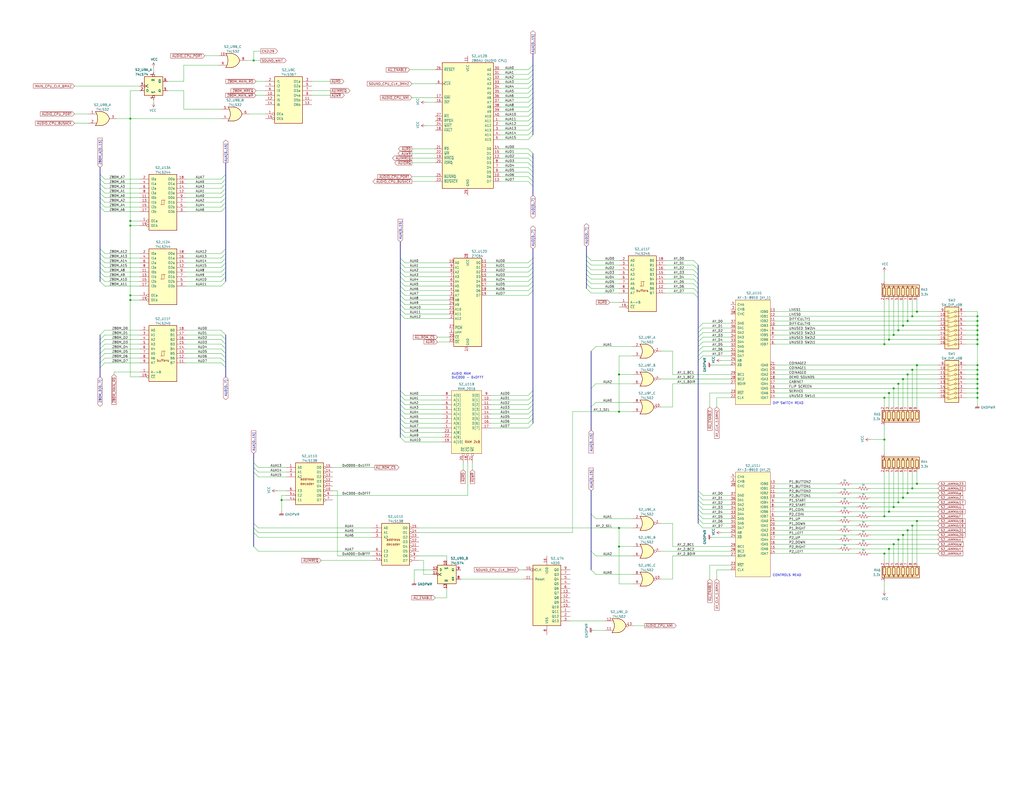
<source format=kicad_sch>
(kicad_sch (version 20230121) (generator eeschema)
  (paper "C")
  (title_block (title "Slapfight Arcade PCB") (company "Schematics created by Neil Ward & Anton Gale"))
  (junction (at 337.82 224.79))
  (junction (at 492.76 207.01))
  (junction (at 533.4 207.01))
  (junction (at 485.14 279.4))
  (junction (at 71.12 64.77))
  (junction (at 533.4 199.39))
  (junction (at 533.4 217.17))
  (junction (at 533.4 182.88))
  (junction (at 71.12 120.65))
  (junction (at 495.3 269.24))
  (junction (at 533.4 177.8))
  (junction (at 533.4 214.63))
  (junction (at 492.76 271.78))
  (junction (at 487.68 212.09))
  (junction (at 490.22 274.32))
  (junction (at 485.14 299.72))
  (junction (at 71.12 123.19))
  (junction (at 492.76 292.1))
  (junction (at 533.4 180.34))
  (junction (at 495.3 289.56))
  (junction (at 138.43 33.02))
  (junction (at 495.3 204.47))
  (junction (at 533.4 185.42))
  (junction (at 482.6 217.17))
  (junction (at 500.38 170.18))
  (junction (at 487.68 276.86))
  (junction (at 533.4 172.72))
  (junction (at 497.84 266.7))
  (junction (at 497.84 201.93))
  (junction (at 490.22 294.64))
  (junction (at 500.38 264.16))
  (junction (at 337.82 288.29))
  (junction (at 487.68 297.18))
  (junction (at 500.38 284.48))
  (junction (at 71.12 161.29))
  (junction (at 533.4 209.55))
  (junction (at 71.12 163.83))
  (junction (at 153.67 273.05))
  (junction (at 533.4 201.93))
  (junction (at 490.22 209.55))
  (junction (at 482.6 302.26))
  (junction (at 482.6 187.96))
  (junction (at 533.4 175.26))
  (junction (at 485.14 185.42))
  (junction (at 337.82 298.45))
  (junction (at 497.84 287.02))
  (junction (at 533.4 204.47))
  (junction (at 482.6 240.03))
  (junction (at 500.38 199.39))
  (junction (at 492.76 177.8))
  (junction (at 337.82 204.47))
  (junction (at 485.14 214.63))
  (junction (at 487.68 182.88))
  (junction (at 533.4 187.96))
  (junction (at 533.4 212.09))
  (junction (at 482.6 281.94))
  (junction (at 490.22 180.34))
  (junction (at 497.84 172.72))
  (junction (at 495.3 175.26))
  (bus_entry (at 57.15 193.04) (size -2.54 2.54))
  (bus_entry (at 120.65 187.96) (size 2.54 2.54))
  (bus_entry (at 383.54 273.05) (size -2.54 -2.54))
  (bus_entry (at 140.97 290.83) (size -2.54 -2.54))
  (bus_entry (at 120.65 182.88) (size 2.54 2.54))
  (bus_entry (at 57.15 148.59) (size -2.54 -2.54))
  (bus_entry (at 288.29 83.82) (size 2.54 2.54))
  (bus_entry (at 288.29 220.98) (size 2.54 -2.54))
  (bus_entry (at 57.15 100.33) (size -2.54 -2.54))
  (bus_entry (at 57.15 156.21) (size -2.54 -2.54))
  (bus_entry (at 383.54 278.13) (size -2.54 -2.54))
  (bus_entry (at 120.65 113.03) (size 2.54 -2.54))
  (bus_entry (at 57.15 107.95) (size -2.54 -2.54))
  (bus_entry (at 57.15 185.42) (size -2.54 2.54))
  (bus_entry (at 288.29 66.04) (size 2.54 -2.54))
  (bus_entry (at 288.29 73.66) (size 2.54 -2.54))
  (bus_entry (at 120.65 105.41) (size 2.54 -2.54))
  (bus_entry (at 288.29 81.28) (size 2.54 2.54))
  (bus_entry (at 220.98 158.75) (size -2.54 -2.54))
  (bus_entry (at 57.15 143.51) (size -2.54 -2.54))
  (bus_entry (at 288.29 215.9) (size 2.54 -2.54))
  (bus_entry (at 322.58 157.48) (size -2.54 -2.54))
  (bus_entry (at 288.29 233.68) (size 2.54 -2.54))
  (bus_entry (at 288.29 58.42) (size 2.54 -2.54))
  (bus_entry (at 57.15 180.34) (size -2.54 2.54))
  (bus_entry (at 325.12 303.53) (size -2.54 -2.54))
  (bus_entry (at 120.65 100.33) (size 2.54 -2.54))
  (bus_entry (at 288.29 223.52) (size 2.54 -2.54))
  (bus_entry (at 383.54 181.61) (size -2.54 2.54))
  (bus_entry (at 57.15 146.05) (size -2.54 -2.54))
  (bus_entry (at 120.65 195.58) (size 2.54 2.54))
  (bus_entry (at 220.98 163.83) (size -2.54 -2.54))
  (bus_entry (at 220.98 153.67) (size -2.54 -2.54))
  (bus_entry (at 378.46 154.94) (size 2.54 2.54))
  (bus_entry (at 383.54 189.23) (size -2.54 2.54))
  (bus_entry (at 220.98 161.29) (size -2.54 -2.54))
  (bus_entry (at 57.15 153.67) (size -2.54 -2.54))
  (bus_entry (at 120.65 193.04) (size 2.54 2.54))
  (bus_entry (at 120.65 143.51) (size 2.54 -2.54))
  (bus_entry (at 383.54 280.67) (size -2.54 -2.54))
  (bus_entry (at 288.29 40.64) (size 2.54 -2.54))
  (bus_entry (at 378.46 157.48) (size 2.54 2.54))
  (bus_entry (at 325.12 189.23) (size -2.54 2.54))
  (bus_entry (at 140.97 288.29) (size -2.54 -2.54))
  (bus_entry (at 220.98 220.98) (size -2.54 -2.54))
  (bus_entry (at 288.29 45.72) (size 2.54 -2.54))
  (bus_entry (at 288.29 148.59) (size 2.54 -2.54))
  (bus_entry (at 288.29 88.9) (size 2.54 2.54))
  (bus_entry (at 322.58 144.78) (size -2.54 -2.54))
  (bus_entry (at 288.29 226.06) (size 2.54 -2.54))
  (bus_entry (at 322.58 142.24) (size -2.54 -2.54))
  (bus_entry (at 288.29 99.06) (size 2.54 2.54))
  (bus_entry (at 220.98 238.76) (size -2.54 -2.54))
  (bus_entry (at 220.98 236.22) (size -2.54 -2.54))
  (bus_entry (at 220.98 226.06) (size -2.54 -2.54))
  (bus_entry (at 288.29 55.88) (size 2.54 -2.54))
  (bus_entry (at 288.29 156.21) (size 2.54 -2.54))
  (bus_entry (at 322.58 152.4) (size -2.54 -2.54))
  (bus_entry (at 383.54 176.53) (size -2.54 2.54))
  (bus_entry (at 288.29 91.44) (size 2.54 2.54))
  (bus_entry (at 378.46 142.24) (size 2.54 2.54))
  (bus_entry (at 57.15 138.43) (size -2.54 -2.54))
  (bus_entry (at 325.12 283.21) (size -2.54 -2.54))
  (bus_entry (at 288.29 96.52) (size 2.54 2.54))
  (bus_entry (at 383.54 191.77) (size -2.54 2.54))
  (bus_entry (at 57.15 102.87) (size -2.54 -2.54))
  (bus_entry (at 120.65 107.95) (size 2.54 -2.54))
  (bus_entry (at 140.97 255.27) (size -2.54 -2.54))
  (bus_entry (at 220.98 241.3) (size -2.54 -2.54))
  (bus_entry (at 120.65 180.34) (size 2.54 2.54))
  (bus_entry (at 325.12 313.69) (size -2.54 -2.54))
  (bus_entry (at 57.15 105.41) (size -2.54 -2.54))
  (bus_entry (at 57.15 190.5) (size -2.54 2.54))
  (bus_entry (at 288.29 50.8) (size 2.54 -2.54))
  (bus_entry (at 383.54 270.51) (size -2.54 -2.54))
  (bus_entry (at 120.65 110.49) (size 2.54 -2.54))
  (bus_entry (at 220.98 223.52) (size -2.54 -2.54))
  (bus_entry (at 288.29 71.12) (size 2.54 -2.54))
  (bus_entry (at 288.29 86.36) (size 2.54 2.54))
  (bus_entry (at 220.98 171.45) (size -2.54 -2.54))
  (bus_entry (at 383.54 288.29) (size -2.54 -2.54))
  (bus_entry (at 378.46 152.4) (size 2.54 2.54))
  (bus_entry (at 120.65 151.13) (size 2.54 -2.54))
  (bus_entry (at 120.65 138.43) (size 2.54 -2.54))
  (bus_entry (at 322.58 160.02) (size -2.54 -2.54))
  (bus_entry (at 378.46 160.02) (size 2.54 2.54))
  (bus_entry (at 288.29 53.34) (size 2.54 -2.54))
  (bus_entry (at 322.58 149.86) (size -2.54 -2.54))
  (bus_entry (at 288.29 63.5) (size 2.54 -2.54))
  (bus_entry (at 120.65 153.67) (size 2.54 -2.54))
  (bus_entry (at 57.15 182.88) (size -2.54 2.54))
  (bus_entry (at 120.65 146.05) (size 2.54 -2.54))
  (bus_entry (at 220.98 168.91) (size -2.54 -2.54))
  (bus_entry (at 288.29 153.67) (size 2.54 -2.54))
  (bus_entry (at 220.98 166.37) (size -2.54 -2.54))
  (bus_entry (at 288.29 228.6) (size 2.54 -2.54))
  (bus_entry (at 325.12 219.71) (size -2.54 2.54))
  (bus_entry (at 57.15 110.49) (size -2.54 -2.54))
  (bus_entry (at 288.29 146.05) (size 2.54 -2.54))
  (bus_entry (at 57.15 140.97) (size -2.54 -2.54))
  (bus_entry (at 288.29 60.96) (size 2.54 -2.54))
  (bus_entry (at 220.98 173.99) (size -2.54 -2.54))
  (bus_entry (at 288.29 143.51) (size 2.54 -2.54))
  (bus_entry (at 57.15 115.57) (size -2.54 -2.54))
  (bus_entry (at 220.98 231.14) (size -2.54 -2.54))
  (bus_entry (at 288.29 158.75) (size 2.54 -2.54))
  (bus_entry (at 383.54 184.15) (size -2.54 2.54))
  (bus_entry (at 120.65 102.87) (size 2.54 -2.54))
  (bus_entry (at 288.29 161.29) (size 2.54 -2.54))
  (bus_entry (at 120.65 190.5) (size 2.54 2.54))
  (bus_entry (at 288.29 231.14) (size 2.54 -2.54))
  (bus_entry (at 57.15 113.03) (size -2.54 -2.54))
  (bus_entry (at 325.12 209.55) (size -2.54 2.54))
  (bus_entry (at 322.58 154.94) (size -2.54 -2.54))
  (bus_entry (at 288.29 218.44) (size 2.54 -2.54))
  (bus_entry (at 220.98 156.21) (size -2.54 -2.54))
  (bus_entry (at 140.97 300.99) (size -2.54 -2.54))
  (bus_entry (at 120.65 185.42) (size 2.54 2.54))
  (bus_entry (at 220.98 146.05) (size -2.54 -2.54))
  (bus_entry (at 322.58 147.32) (size -2.54 -2.54))
  (bus_entry (at 120.65 140.97) (size 2.54 -2.54))
  (bus_entry (at 140.97 293.37) (size -2.54 -2.54))
  (bus_entry (at 57.15 187.96) (size -2.54 2.54))
  (bus_entry (at 288.29 43.18) (size 2.54 -2.54))
  (bus_entry (at 288.29 68.58) (size 2.54 -2.54))
  (bus_entry (at 383.54 285.75) (size -2.54 -2.54))
  (bus_entry (at 120.65 97.79) (size 2.54 -2.54))
  (bus_entry (at 120.65 198.12) (size 2.54 2.54))
  (bus_entry (at 288.29 38.1) (size 2.54 -2.54))
  (bus_entry (at 140.97 260.35) (size -2.54 -2.54))
  (bus_entry (at 383.54 194.31) (size -2.54 2.54))
  (bus_entry (at 378.46 147.32) (size 2.54 2.54))
  (bus_entry (at 288.29 48.26) (size 2.54 -2.54))
  (bus_entry (at 378.46 149.86) (size 2.54 2.54))
  (bus_entry (at 120.65 156.21) (size 2.54 -2.54))
  (bus_entry (at 220.98 218.44) (size -2.54 -2.54))
  (bus_entry (at 220.98 228.6) (size -2.54 -2.54))
  (bus_entry (at 220.98 233.68) (size -2.54 -2.54))
  (bus_entry (at 288.29 76.2) (size 2.54 -2.54))
  (bus_entry (at 120.65 148.59) (size 2.54 -2.54))
  (bus_entry (at 383.54 186.69) (size -2.54 2.54))
  (bus_entry (at 383.54 275.59) (size -2.54 -2.54))
  (bus_entry (at 383.54 283.21) (size -2.54 -2.54))
  (bus_entry (at 383.54 179.07) (size -2.54 2.54))
  (bus_entry (at 57.15 198.12) (size -2.54 2.54))
  (bus_entry (at 120.65 115.57) (size 2.54 -2.54))
  (bus_entry (at 220.98 151.13) (size -2.54 -2.54))
  (bus_entry (at 288.29 93.98) (size 2.54 2.54))
  (bus_entry (at 57.15 151.13) (size -2.54 -2.54))
  (bus_entry (at 220.98 143.51) (size -2.54 -2.54))
  (bus_entry (at 57.15 195.58) (size -2.54 2.54))
  (bus_entry (at 220.98 215.9) (size -2.54 -2.54))
  (bus_entry (at 140.97 257.81) (size -2.54 -2.54))
  (bus_entry (at 378.46 144.78) (size 2.54 2.54))
  (bus_entry (at 288.29 151.13) (size 2.54 -2.54))
  (bus_entry (at 220.98 148.59) (size -2.54 -2.54))
  (bus_entry (at 57.15 97.79) (size -2.54 -2.54))
  (wire (pts (xy 156.21 270.51) (xy 153.67 270.51)))
  (bus (pts (xy 290.83 156.21) (xy 290.83 153.67)))
  (wire (pts (xy 273.05 66.04) (xy 288.29 66.04)))
  (wire (pts (xy 40.64 62.23) (xy 48.26 62.23)))
  (wire (pts (xy 101.6 156.21) (xy 120.65 156.21)))
  (bus (pts (xy 123.19 143.51) (xy 123.19 146.05)))
  (wire (pts (xy 533.4 187.96) (xy 527.05 187.96)))
  (wire (pts (xy 363.22 160.02) (xy 378.46 160.02)))
  (wire (pts (xy 511.81 170.18) (xy 500.38 170.18)))
  (wire (pts (xy 228.6 290.83) (xy 312.42 290.83)))
  (wire (pts (xy 337.82 154.94) (xy 322.58 154.94)))
  (bus (pts (xy 123.19 107.95) (xy 123.19 110.49)))
  (wire (pts (xy 101.6 102.87) (xy 120.65 102.87)))
  (bus (pts (xy 290.83 220.98) (xy 290.83 218.44)))
  (wire (pts (xy 422.91 276.86) (xy 467.36 276.86)))
  (wire (pts (xy 241.3 236.22) (xy 220.98 236.22)))
  (wire (pts (xy 533.4 185.42) (xy 533.4 187.96)))
  (wire (pts (xy 398.78 280.67) (xy 383.54 280.67)))
  (wire (pts (xy 138.43 27.94) (xy 142.24 27.94)))
  (wire (pts (xy 367.03 298.45) (xy 398.78 298.45)))
  (wire (pts (xy 422.91 287.02) (xy 467.36 287.02)))
  (wire (pts (xy 474.98 271.78) (xy 492.76 271.78)))
  (wire (pts (xy 139.7 49.53) (xy 144.78 49.53)))
  (wire (pts (xy 388.62 293.37) (xy 398.78 293.37)))
  (wire (pts (xy 490.22 274.32) (xy 511.81 274.32)))
  (wire (pts (xy 265.43 143.51) (xy 288.29 143.51)))
  (wire (pts (xy 203.2 288.29) (xy 140.97 288.29)))
  (wire (pts (xy 76.2 190.5) (xy 57.15 190.5)))
  (wire (pts (xy 533.4 180.34) (xy 527.05 180.34)))
  (wire (pts (xy 464.82 279.4) (xy 485.14 279.4)))
  (wire (pts (xy 485.14 214.63) (xy 422.91 214.63)))
  (wire (pts (xy 224.79 86.36) (xy 237.49 86.36)))
  (wire (pts (xy 474.98 240.03) (xy 482.6 240.03)))
  (bus (pts (xy 290.83 35.56) (xy 290.83 38.1)))
  (wire (pts (xy 500.38 199.39) (xy 422.91 199.39)))
  (wire (pts (xy 224.79 81.28) (xy 237.49 81.28)))
  (wire (pts (xy 533.4 212.09) (xy 527.05 212.09)))
  (wire (pts (xy 464.82 269.24) (xy 495.3 269.24)))
  (bus (pts (xy 54.61 187.96) (xy 54.61 190.5)))
  (wire (pts (xy 153.67 270.51) (xy 153.67 273.05)))
  (wire (pts (xy 273.05 81.28) (xy 288.29 81.28)))
  (wire (pts (xy 100.33 44.45) (xy 100.33 35.56)))
  (wire (pts (xy 76.2 146.05) (xy 57.15 146.05)))
  (bus (pts (xy 290.83 40.64) (xy 290.83 43.18)))
  (wire (pts (xy 533.4 214.63) (xy 527.05 214.63)))
  (wire (pts (xy 500.38 199.39) (xy 500.38 222.25)))
  (wire (pts (xy 273.05 63.5) (xy 288.29 63.5)))
  (wire (pts (xy 398.78 278.13) (xy 383.54 278.13)))
  (bus (pts (xy 218.44 168.91) (xy 218.44 171.45)))
  (wire (pts (xy 422.91 269.24) (xy 457.2 269.24)))
  (bus (pts (xy 218.44 153.67) (xy 218.44 156.21)))
  (wire (pts (xy 490.22 180.34) (xy 422.91 180.34)))
  (wire (pts (xy 267.97 233.68) (xy 288.29 233.68)))
  (bus (pts (xy 54.61 110.49) (xy 54.61 113.03)))
  (wire (pts (xy 91.44 49.53) (xy 100.33 49.53)))
  (wire (pts (xy 76.2 140.97) (xy 57.15 140.97)))
  (wire (pts (xy 325.12 313.69) (xy 345.44 313.69)))
  (wire (pts (xy 393.7 290.83) (xy 398.78 290.83)))
  (wire (pts (xy 511.81 217.17) (xy 482.6 217.17)))
  (bus (pts (xy 290.83 55.88) (xy 290.83 58.42)))
  (bus (pts (xy 290.83 43.18) (xy 290.83 45.72)))
  (wire (pts (xy 139.7 52.07) (xy 144.78 52.07)))
  (bus (pts (xy 290.83 153.67) (xy 290.83 151.13)))
  (wire (pts (xy 203.2 300.99) (xy 140.97 300.99)))
  (wire (pts (xy 224.79 45.72) (xy 237.49 45.72)))
  (wire (pts (xy 101.6 198.12) (xy 120.65 198.12)))
  (wire (pts (xy 71.12 123.19) (xy 71.12 161.29)))
  (wire (pts (xy 76.2 113.03) (xy 57.15 113.03)))
  (bus (pts (xy 123.19 187.96) (xy 123.19 190.5)))
  (wire (pts (xy 241.3 241.3) (xy 220.98 241.3)))
  (bus (pts (xy 290.83 63.5) (xy 290.83 66.04)))
  (bus (pts (xy 218.44 231.14) (xy 218.44 233.68)))
  (wire (pts (xy 325.12 283.21) (xy 345.44 283.21)))
  (wire (pts (xy 224.79 99.06) (xy 237.49 99.06)))
  (wire (pts (xy 422.91 274.32) (xy 457.2 274.32)))
  (wire (pts (xy 490.22 294.64) (xy 490.22 307.34)))
  (wire (pts (xy 232.41 55.88) (xy 237.49 55.88)))
  (wire (pts (xy 76.2 151.13) (xy 57.15 151.13)))
  (wire (pts (xy 71.12 163.83) (xy 76.2 163.83)))
  (wire (pts (xy 422.91 266.7) (xy 467.36 266.7)))
  (wire (pts (xy 237.49 326.39) (xy 243.84 326.39)))
  (bus (pts (xy 123.19 151.13) (xy 123.19 153.67)))
  (bus (pts (xy 320.04 147.32) (xy 320.04 144.78)))
  (bus (pts (xy 218.44 223.52) (xy 218.44 226.06)))
  (wire (pts (xy 71.12 64.77) (xy 120.65 64.77)))
  (wire (pts (xy 273.05 93.98) (xy 288.29 93.98)))
  (wire (pts (xy 422.91 284.48) (xy 457.2 284.48)))
  (wire (pts (xy 482.6 148.59) (xy 482.6 153.67)))
  (wire (pts (xy 511.81 175.26) (xy 495.3 175.26)))
  (wire (pts (xy 345.44 224.79) (xy 337.82 224.79)))
  (wire (pts (xy 497.84 172.72) (xy 422.91 172.72)))
  (wire (pts (xy 487.68 182.88) (xy 422.91 182.88)))
  (wire (pts (xy 241.3 228.6) (xy 220.98 228.6)))
  (bus (pts (xy 218.44 143.51) (xy 218.44 146.05)))
  (wire (pts (xy 76.2 153.67) (xy 57.15 153.67)))
  (wire (pts (xy 83.82 36.83) (xy 83.82 39.37)))
  (wire (pts (xy 474.98 287.02) (xy 497.84 287.02)))
  (wire (pts (xy 398.78 189.23) (xy 383.54 189.23)))
  (wire (pts (xy 337.82 194.31) (xy 345.44 194.31)))
  (bus (pts (xy 123.19 185.42) (xy 123.19 187.96)))
  (bus (pts (xy 218.44 171.45) (xy 218.44 213.36)))
  (bus (pts (xy 218.44 140.97) (xy 218.44 143.51)))
  (wire (pts (xy 243.84 303.53) (xy 243.84 306.07)))
  (bus (pts (xy 54.61 146.05) (xy 54.61 148.59)))
  (bus (pts (xy 381 186.69) (xy 381 184.15)))
  (wire (pts (xy 135.89 62.23) (xy 144.78 62.23)))
  (wire (pts (xy 71.12 64.77) (xy 71.12 49.53)))
  (bus (pts (xy 290.83 53.34) (xy 290.83 55.88)))
  (wire (pts (xy 345.44 318.77) (xy 337.82 318.77)))
  (wire (pts (xy 241.3 226.06) (xy 220.98 226.06)))
  (wire (pts (xy 482.6 217.17) (xy 422.91 217.17)))
  (wire (pts (xy 533.4 214.63) (xy 533.4 217.17)))
  (wire (pts (xy 325.12 189.23) (xy 345.44 189.23)))
  (bus (pts (xy 218.44 226.06) (xy 218.44 228.6)))
  (wire (pts (xy 511.81 209.55) (xy 490.22 209.55)))
  (wire (pts (xy 482.6 232.41) (xy 482.6 240.03)))
  (wire (pts (xy 245.11 151.13) (xy 220.98 151.13)))
  (wire (pts (xy 337.82 142.24) (xy 322.58 142.24)))
  (bus (pts (xy 54.61 198.12) (xy 54.61 200.66)))
  (wire (pts (xy 273.05 43.18) (xy 288.29 43.18)))
  (wire (pts (xy 100.33 35.56) (xy 119.38 35.56)))
  (bus (pts (xy 290.83 38.1) (xy 290.83 40.64)))
  (wire (pts (xy 273.05 99.06) (xy 288.29 99.06)))
  (bus (pts (xy 218.44 163.83) (xy 218.44 166.37)))
  (wire (pts (xy 245.11 171.45) (xy 220.98 171.45)))
  (bus (pts (xy 290.83 50.8) (xy 290.83 53.34)))
  (wire (pts (xy 485.14 185.42) (xy 422.91 185.42)))
  (wire (pts (xy 337.82 149.86) (xy 322.58 149.86)))
  (wire (pts (xy 71.12 161.29) (xy 76.2 161.29)))
  (wire (pts (xy 245.11 156.21) (xy 220.98 156.21)))
  (bus (pts (xy 322.58 267.97) (xy 322.58 280.67)))
  (wire (pts (xy 398.78 194.31) (xy 383.54 194.31)))
  (wire (pts (xy 464.82 299.72) (xy 485.14 299.72)))
  (wire (pts (xy 273.05 68.58) (xy 288.29 68.58)))
  (bus (pts (xy 320.04 144.78) (xy 320.04 142.24)))
  (bus (pts (xy 290.83 29.21) (xy 290.83 35.56)))
  (wire (pts (xy 422.91 279.4) (xy 457.2 279.4)))
  (wire (pts (xy 387.35 316.23) (xy 387.35 308.61)))
  (wire (pts (xy 337.82 157.48) (xy 322.58 157.48)))
  (wire (pts (xy 245.11 146.05) (xy 220.98 146.05)))
  (wire (pts (xy 511.81 182.88) (xy 487.68 182.88)))
  (wire (pts (xy 492.76 271.78) (xy 511.81 271.78)))
  (wire (pts (xy 511.81 177.8) (xy 492.76 177.8)))
  (wire (pts (xy 398.78 285.75) (xy 383.54 285.75)))
  (wire (pts (xy 511.81 207.01) (xy 492.76 207.01)))
  (wire (pts (xy 482.6 302.26) (xy 482.6 307.34)))
  (wire (pts (xy 492.76 207.01) (xy 492.76 222.25)))
  (bus (pts (xy 320.04 152.4) (xy 320.04 149.86)))
  (wire (pts (xy 391.16 311.15) (xy 398.78 311.15)))
  (bus (pts (xy 54.61 102.87) (xy 54.61 105.41)))
  (wire (pts (xy 422.91 281.94) (xy 467.36 281.94)))
  (wire (pts (xy 83.82 55.88) (xy 83.82 54.61)))
  (bus (pts (xy 218.44 228.6) (xy 218.44 231.14)))
  (wire (pts (xy 273.05 76.2) (xy 288.29 76.2)))
  (wire (pts (xy 533.4 180.34) (xy 533.4 182.88)))
  (wire (pts (xy 273.05 48.26) (xy 288.29 48.26)))
  (bus (pts (xy 290.83 71.12) (xy 290.83 73.66)))
  (bus (pts (xy 290.83 45.72) (xy 290.83 48.26)))
  (wire (pts (xy 184.15 267.97) (xy 184.15 303.53)))
  (wire (pts (xy 311.15 339.09) (xy 330.2 339.09)))
  (wire (pts (xy 533.4 207.01) (xy 527.05 207.01)))
  (wire (pts (xy 101.6 185.42) (xy 120.65 185.42)))
  (wire (pts (xy 267.97 228.6) (xy 288.29 228.6)))
  (bus (pts (xy 123.19 182.88) (xy 123.19 185.42)))
  (wire (pts (xy 474.98 297.18) (xy 487.68 297.18)))
  (wire (pts (xy 387.35 214.63) (xy 398.78 214.63)))
  (wire (pts (xy 134.62 33.02) (xy 138.43 33.02)))
  (wire (pts (xy 245.11 161.29) (xy 220.98 161.29)))
  (wire (pts (xy 474.98 276.86) (xy 487.68 276.86)))
  (wire (pts (xy 228.6 303.53) (xy 243.84 303.53)))
  (bus (pts (xy 138.43 255.27) (xy 138.43 257.81)))
  (wire (pts (xy 170.18 52.07) (xy 180.34 52.07)))
  (wire (pts (xy 367.03 316.23) (xy 367.03 303.53)))
  (wire (pts (xy 273.05 86.36) (xy 288.29 86.36)))
  (bus (pts (xy 290.83 58.42) (xy 290.83 60.96)))
  (wire (pts (xy 76.2 115.57) (xy 57.15 115.57)))
  (wire (pts (xy 245.11 168.91) (xy 220.98 168.91)))
  (bus (pts (xy 123.19 102.87) (xy 123.19 105.41)))
  (wire (pts (xy 241.3 223.52) (xy 220.98 223.52)))
  (wire (pts (xy 533.4 172.72) (xy 527.05 172.72)))
  (wire (pts (xy 511.81 204.47) (xy 495.3 204.47)))
  (bus (pts (xy 54.61 193.04) (xy 54.61 195.58)))
  (wire (pts (xy 495.3 289.56) (xy 495.3 307.34)))
  (wire (pts (xy 101.6 143.51) (xy 120.65 143.51)))
  (bus (pts (xy 54.61 135.89) (xy 54.61 138.43)))
  (wire (pts (xy 138.43 33.02) (xy 142.24 33.02)))
  (wire (pts (xy 485.14 257.81) (xy 485.14 279.4)))
  (wire (pts (xy 265.43 148.59) (xy 288.29 148.59)))
  (wire (pts (xy 492.76 292.1) (xy 492.76 307.34)))
  (wire (pts (xy 337.82 298.45) (xy 345.44 298.45)))
  (bus (pts (xy 54.61 195.58) (xy 54.61 198.12)))
  (bus (pts (xy 218.44 213.36) (xy 218.44 215.9)))
  (bus (pts (xy 290.83 88.9) (xy 290.83 91.44)))
  (wire (pts (xy 363.22 157.48) (xy 378.46 157.48)))
  (wire (pts (xy 101.6 105.41) (xy 120.65 105.41)))
  (wire (pts (xy 325.12 219.71) (xy 345.44 219.71)))
  (wire (pts (xy 337.82 288.29) (xy 345.44 288.29)))
  (bus (pts (xy 290.83 60.96) (xy 290.83 63.5)))
  (wire (pts (xy 511.81 214.63) (xy 485.14 214.63)))
  (bus (pts (xy 218.44 236.22) (xy 218.44 238.76)))
  (bus (pts (xy 381 152.4) (xy 381 149.86)))
  (bus (pts (xy 123.19 88.9) (xy 123.19 95.25)))
  (wire (pts (xy 474.98 302.26) (xy 482.6 302.26)))
  (wire (pts (xy 511.81 185.42) (xy 485.14 185.42)))
  (wire (pts (xy 398.78 288.29) (xy 383.54 288.29)))
  (bus (pts (xy 290.83 48.26) (xy 290.83 50.8)))
  (wire (pts (xy 533.4 170.18) (xy 533.4 172.72)))
  (wire (pts (xy 252.73 252.73) (xy 252.73 256.54)))
  (wire (pts (xy 487.68 297.18) (xy 511.81 297.18)))
  (wire (pts (xy 76.2 105.41) (xy 57.15 105.41)))
  (wire (pts (xy 487.68 212.09) (xy 422.91 212.09)))
  (wire (pts (xy 398.78 270.51) (xy 383.54 270.51)))
  (bus (pts (xy 138.43 285.75) (xy 138.43 288.29)))
  (wire (pts (xy 267.97 218.44) (xy 288.29 218.44)))
  (wire (pts (xy 482.6 187.96) (xy 422.91 187.96)))
  (wire (pts (xy 337.82 298.45) (xy 337.82 288.29)))
  (bus (pts (xy 123.19 146.05) (xy 123.19 148.59)))
  (wire (pts (xy 203.2 293.37) (xy 140.97 293.37)))
  (wire (pts (xy 511.81 172.72) (xy 497.84 172.72)))
  (wire (pts (xy 527.05 170.18) (xy 533.4 170.18)))
  (bus (pts (xy 381 270.51) (xy 381 273.05)))
  (wire (pts (xy 273.05 91.44) (xy 288.29 91.44)))
  (wire (pts (xy 490.22 257.81) (xy 490.22 274.32)))
  (bus (pts (xy 290.83 83.82) (xy 290.83 86.36)))
  (wire (pts (xy 101.6 110.49) (xy 120.65 110.49)))
  (wire (pts (xy 224.79 83.82) (xy 237.49 83.82)))
  (bus (pts (xy 123.19 200.66) (xy 123.19 205.74)))
  (wire (pts (xy 533.4 201.93) (xy 533.4 204.47)))
  (bus (pts (xy 218.44 156.21) (xy 218.44 158.75)))
  (bus (pts (xy 54.61 182.88) (xy 54.61 185.42)))
  (wire (pts (xy 533.4 177.8) (xy 527.05 177.8)))
  (wire (pts (xy 265.43 156.21) (xy 288.29 156.21)))
  (bus (pts (xy 290.83 228.6) (xy 290.83 226.06)))
  (wire (pts (xy 533.4 182.88) (xy 527.05 182.88)))
  (bus (pts (xy 123.19 198.12) (xy 123.19 200.66)))
  (wire (pts (xy 485.14 299.72) (xy 485.14 307.34)))
  (wire (pts (xy 464.82 264.16) (xy 500.38 264.16)))
  (wire (pts (xy 492.76 163.83) (xy 492.76 177.8)))
  (wire (pts (xy 101.6 187.96) (xy 120.65 187.96)))
  (wire (pts (xy 273.05 55.88) (xy 288.29 55.88)))
  (wire (pts (xy 71.12 163.83) (xy 71.12 205.74)))
  (wire (pts (xy 360.68 191.77) (xy 367.03 191.77)))
  (bus (pts (xy 290.83 215.9) (xy 290.83 213.36)))
  (bus (pts (xy 138.43 257.81) (xy 138.43 285.75)))
  (bus (pts (xy 322.58 300.99) (xy 322.58 311.15)))
  (wire (pts (xy 283.21 311.15) (xy 285.75 311.15)))
  (wire (pts (xy 422.91 271.78) (xy 467.36 271.78)))
  (wire (pts (xy 241.3 238.76) (xy 220.98 238.76)))
  (wire (pts (xy 391.16 222.25) (xy 391.16 217.17)))
  (bus (pts (xy 290.83 148.59) (xy 290.83 146.05)))
  (wire (pts (xy 76.2 187.96) (xy 57.15 187.96)))
  (wire (pts (xy 76.2 138.43) (xy 57.15 138.43)))
  (wire (pts (xy 360.68 316.23) (xy 367.03 316.23)))
  (wire (pts (xy 181.61 255.27) (xy 204.47 255.27)))
  (wire (pts (xy 251.46 316.23) (xy 285.75 316.23)))
  (bus (pts (xy 290.83 91.44) (xy 290.83 93.98)))
  (bus (pts (xy 290.83 223.52) (xy 290.83 220.98)))
  (wire (pts (xy 265.43 153.67) (xy 288.29 153.67)))
  (wire (pts (xy 76.2 193.04) (xy 57.15 193.04)))
  (wire (pts (xy 267.97 220.98) (xy 288.29 220.98)))
  (wire (pts (xy 363.22 142.24) (xy 378.46 142.24)))
  (bus (pts (xy 54.61 151.13) (xy 54.61 153.67)))
  (wire (pts (xy 360.68 300.99) (xy 398.78 300.99)))
  (bus (pts (xy 218.44 161.29) (xy 218.44 163.83)))
  (wire (pts (xy 223.52 38.1) (xy 237.49 38.1)))
  (wire (pts (xy 482.6 257.81) (xy 482.6 281.94)))
  (wire (pts (xy 76.2 195.58) (xy 57.15 195.58)))
  (bus (pts (xy 290.83 143.51) (xy 290.83 140.97)))
  (wire (pts (xy 156.21 260.35) (xy 140.97 260.35)))
  (wire (pts (xy 273.05 60.96) (xy 288.29 60.96)))
  (wire (pts (xy 170.18 49.53) (xy 180.34 49.53)))
  (wire (pts (xy 464.82 294.64) (xy 490.22 294.64)))
  (bus (pts (xy 123.19 190.5) (xy 123.19 193.04)))
  (bus (pts (xy 290.83 140.97) (xy 290.83 135.89)))
  (wire (pts (xy 337.82 160.02) (xy 322.58 160.02)))
  (wire (pts (xy 273.05 45.72) (xy 288.29 45.72)))
  (bus (pts (xy 320.04 139.7) (xy 320.04 134.62)))
  (bus (pts (xy 54.61 200.66) (xy 54.61 205.74)))
  (bus (pts (xy 218.44 148.59) (xy 218.44 151.13)))
  (wire (pts (xy 363.22 147.32) (xy 378.46 147.32)))
  (bus (pts (xy 381 160.02) (xy 381 157.48)))
  (wire (pts (xy 273.05 96.52) (xy 288.29 96.52)))
  (wire (pts (xy 170.18 44.45) (xy 180.34 44.45)))
  (wire (pts (xy 360.68 285.75) (xy 367.03 285.75)))
  (wire (pts (xy 100.33 49.53) (xy 100.33 59.69)))
  (wire (pts (xy 474.98 281.94) (xy 482.6 281.94)))
  (wire (pts (xy 184.15 303.53) (xy 203.2 303.53)))
  (wire (pts (xy 511.81 212.09) (xy 487.68 212.09)))
  (bus (pts (xy 322.58 280.67) (xy 322.58 300.99)))
  (wire (pts (xy 76.2 148.59) (xy 57.15 148.59)))
  (wire (pts (xy 482.6 322.58) (xy 482.6 317.5)))
  (wire (pts (xy 495.3 204.47) (xy 422.91 204.47)))
  (wire (pts (xy 490.22 209.55) (xy 422.91 209.55)))
  (wire (pts (xy 533.4 212.09) (xy 533.4 214.63)))
  (wire (pts (xy 398.78 184.15) (xy 383.54 184.15)))
  (wire (pts (xy 245.11 173.99) (xy 220.98 173.99)))
  (wire (pts (xy 245.11 153.67) (xy 220.98 153.67)))
  (wire (pts (xy 363.22 154.94) (xy 378.46 154.94)))
  (wire (pts (xy 533.4 199.39) (xy 533.4 201.93)))
  (bus (pts (xy 290.83 158.75) (xy 290.83 213.36)))
  (wire (pts (xy 40.64 67.31) (xy 48.26 67.31)))
  (wire (pts (xy 101.6 97.79) (xy 120.65 97.79)))
  (wire (pts (xy 388.62 199.39) (xy 398.78 199.39)))
  (wire (pts (xy 422.91 297.18) (xy 467.36 297.18)))
  (wire (pts (xy 511.81 180.34) (xy 490.22 180.34)))
  (wire (pts (xy 391.16 217.17) (xy 398.78 217.17)))
  (wire (pts (xy 490.22 163.83) (xy 490.22 180.34)))
  (wire (pts (xy 497.84 201.93) (xy 422.91 201.93)))
  (wire (pts (xy 71.12 64.77) (xy 71.12 120.65)))
  (bus (pts (xy 123.19 138.43) (xy 123.19 140.97)))
  (wire (pts (xy 497.84 287.02) (xy 497.84 307.34)))
  (bus (pts (xy 381 275.59) (xy 381 278.13)))
  (bus (pts (xy 322.58 212.09) (xy 322.58 191.77)))
  (wire (pts (xy 337.82 144.78) (xy 322.58 144.78)))
  (wire (pts (xy 273.05 58.42) (xy 288.29 58.42)))
  (wire (pts (xy 71.12 123.19) (xy 76.2 123.19)))
  (bus (pts (xy 54.61 91.44) (xy 54.61 95.25)))
  (wire (pts (xy 231.14 313.69) (xy 236.22 313.69)))
  (wire (pts (xy 76.2 185.42) (xy 57.15 185.42)))
  (bus (pts (xy 381 181.61) (xy 381 179.07)))
  (wire (pts (xy 487.68 297.18) (xy 487.68 307.34)))
  (bus (pts (xy 381 157.48) (xy 381 154.94)))
  (bus (pts (xy 138.43 247.65) (xy 138.43 252.73)))
  (wire (pts (xy 422.91 264.16) (xy 457.2 264.16)))
  (wire (pts (xy 367.03 191.77) (xy 367.03 204.47)))
  (wire (pts (xy 245.11 158.75) (xy 220.98 158.75)))
  (wire (pts (xy 363.22 149.86) (xy 378.46 149.86)))
  (wire (pts (xy 533.4 201.93) (xy 527.05 201.93)))
  (wire (pts (xy 482.6 240.03) (xy 482.6 247.65)))
  (bus (pts (xy 123.19 110.49) (xy 123.19 113.03)))
  (bus (pts (xy 381 280.67) (xy 381 283.21)))
  (wire (pts (xy 500.38 163.83) (xy 500.38 170.18)))
  (wire (pts (xy 101.6 107.95) (xy 120.65 107.95)))
  (bus (pts (xy 381 280.67) (xy 381 278.13)))
  (wire (pts (xy 257.81 252.73) (xy 257.81 256.54)))
  (wire (pts (xy 224.79 96.52) (xy 237.49 96.52)))
  (wire (pts (xy 181.61 267.97) (xy 184.15 267.97)))
  (wire (pts (xy 273.05 38.1) (xy 288.29 38.1)))
  (wire (pts (xy 267.97 226.06) (xy 288.29 226.06)))
  (wire (pts (xy 345.44 341.63) (xy 351.79 341.63)))
  (bus (pts (xy 123.19 148.59) (xy 123.19 151.13)))
  (bus (pts (xy 290.83 101.6) (xy 290.83 106.68)))
  (bus (pts (xy 123.19 113.03) (xy 123.19 135.89)))
  (bus (pts (xy 123.19 195.58) (xy 123.19 198.12)))
  (wire (pts (xy 511.81 201.93) (xy 497.84 201.93)))
  (wire (pts (xy 156.21 255.27) (xy 140.97 255.27)))
  (wire (pts (xy 487.68 212.09) (xy 487.68 222.25)))
  (wire (pts (xy 101.6 115.57) (xy 120.65 115.57)))
  (bus (pts (xy 320.04 142.24) (xy 320.04 139.7)))
  (bus (pts (xy 54.61 107.95) (xy 54.61 110.49)))
  (wire (pts (xy 62.23 204.47) (xy 62.23 203.2)))
  (wire (pts (xy 500.38 284.48) (xy 500.38 307.34)))
  (wire (pts (xy 398.78 191.77) (xy 383.54 191.77)))
  (wire (pts (xy 527.05 199.39) (xy 533.4 199.39)))
  (wire (pts (xy 71.12 120.65) (xy 71.12 123.19)))
  (bus (pts (xy 381 184.15) (xy 381 181.61)))
  (wire (pts (xy 76.2 120.65) (xy 71.12 120.65)))
  (bus (pts (xy 218.44 220.98) (xy 218.44 223.52)))
  (wire (pts (xy 273.05 50.8) (xy 288.29 50.8)))
  (wire (pts (xy 367.03 303.53) (xy 398.78 303.53)))
  (wire (pts (xy 360.68 207.01) (xy 398.78 207.01)))
  (wire (pts (xy 228.6 306.07) (xy 231.14 306.07)))
  (wire (pts (xy 76.2 102.87) (xy 57.15 102.87)))
  (bus (pts (xy 123.19 140.97) (xy 123.19 143.51)))
  (bus (pts (xy 54.61 185.42) (xy 54.61 187.96)))
  (wire (pts (xy 181.61 270.51) (xy 255.27 270.51)))
  (bus (pts (xy 54.61 97.79) (xy 54.61 100.33)))
  (wire (pts (xy 422.91 289.56) (xy 457.2 289.56)))
  (wire (pts (xy 101.6 140.97) (xy 120.65 140.97)))
  (wire (pts (xy 265.43 151.13) (xy 288.29 151.13)))
  (wire (pts (xy 101.6 100.33) (xy 120.65 100.33)))
  (wire (pts (xy 76.2 100.33) (xy 57.15 100.33)))
  (wire (pts (xy 101.6 146.05) (xy 120.65 146.05)))
  (wire (pts (xy 363.22 152.4) (xy 378.46 152.4)))
  (wire (pts (xy 312.42 290.83) (xy 312.42 224.79)))
  (bus (pts (xy 290.83 99.06) (xy 290.83 101.6)))
  (wire (pts (xy 487.68 276.86) (xy 511.81 276.86)))
  (bus (pts (xy 290.83 96.52) (xy 290.83 99.06)))
  (bus (pts (xy 123.19 193.04) (xy 123.19 195.58)))
  (wire (pts (xy 332.74 165.1) (xy 337.82 165.1)))
  (bus (pts (xy 290.83 68.58) (xy 290.83 71.12)))
  (wire (pts (xy 265.43 146.05) (xy 288.29 146.05)))
  (wire (pts (xy 487.68 257.81) (xy 487.68 276.86)))
  (wire (pts (xy 533.4 204.47) (xy 527.05 204.47)))
  (wire (pts (xy 485.14 163.83) (xy 485.14 185.42)))
  (bus (pts (xy 290.83 151.13) (xy 290.83 148.59)))
  (wire (pts (xy 500.38 264.16) (xy 511.81 264.16)))
  (bus (pts (xy 54.61 143.51) (xy 54.61 146.05)))
  (wire (pts (xy 398.78 186.69) (xy 383.54 186.69)))
  (wire (pts (xy 76.2 180.34) (xy 57.15 180.34)))
  (wire (pts (xy 76.2 143.51) (xy 57.15 143.51)))
  (wire (pts (xy 101.6 148.59) (xy 120.65 148.59)))
  (wire (pts (xy 533.4 217.17) (xy 533.4 220.98)))
  (wire (pts (xy 422.91 292.1) (xy 467.36 292.1)))
  (wire (pts (xy 228.6 288.29) (xy 337.82 288.29)))
  (wire (pts (xy 490.22 209.55) (xy 490.22 222.25)))
  (bus (pts (xy 123.19 105.41) (xy 123.19 107.95)))
  (wire (pts (xy 273.05 83.82) (xy 288.29 83.82)))
  (bus (pts (xy 218.44 132.08) (xy 218.44 140.97)))
  (wire (pts (xy 111.76 30.48) (xy 119.38 30.48)))
  (wire (pts (xy 101.6 138.43) (xy 120.65 138.43)))
  (bus (pts (xy 138.43 252.73) (xy 138.43 255.27)))
  (wire (pts (xy 363.22 144.78) (xy 378.46 144.78)))
  (bus (pts (xy 381 194.31) (xy 381 191.77)))
  (wire (pts (xy 267.97 215.9) (xy 288.29 215.9)))
  (wire (pts (xy 62.23 203.2) (xy 76.2 203.2)))
  (bus (pts (xy 218.44 151.13) (xy 218.44 153.67)))
  (wire (pts (xy 387.35 308.61) (xy 398.78 308.61)))
  (wire (pts (xy 497.84 257.81) (xy 497.84 266.7)))
  (bus (pts (xy 290.83 66.04) (xy 290.83 68.58)))
  (bus (pts (xy 290.83 218.44) (xy 290.83 215.9)))
  (wire (pts (xy 224.79 53.34) (xy 237.49 53.34)))
  (wire (pts (xy 245.11 143.51) (xy 220.98 143.51)))
  (bus (pts (xy 54.61 190.5) (xy 54.61 193.04)))
  (wire (pts (xy 337.82 204.47) (xy 337.82 194.31)))
  (wire (pts (xy 241.3 220.98) (xy 220.98 220.98)))
  (bus (pts (xy 54.61 95.25) (xy 54.61 97.79)))
  (wire (pts (xy 101.6 190.5) (xy 120.65 190.5)))
  (wire (pts (xy 153.67 273.05) (xy 153.67 279.4)))
  (wire (pts (xy 500.38 284.48) (xy 511.81 284.48)))
  (wire (pts (xy 490.22 294.64) (xy 511.81 294.64)))
  (wire (pts (xy 492.76 207.01) (xy 422.91 207.01)))
  (wire (pts (xy 398.78 275.59) (xy 383.54 275.59)))
  (wire (pts (xy 76.2 110.49) (xy 57.15 110.49)))
  (wire (pts (xy 91.44 44.45) (xy 100.33 44.45)))
  (wire (pts (xy 482.6 281.94) (xy 511.81 281.94)))
  (wire (pts (xy 422.91 299.72) (xy 457.2 299.72)))
  (wire (pts (xy 101.6 113.03) (xy 120.65 113.03)))
  (wire (pts (xy 367.03 204.47) (xy 398.78 204.47)))
  (wire (pts (xy 367.03 209.55) (xy 398.78 209.55)))
  (wire (pts (xy 273.05 40.64) (xy 288.29 40.64)))
  (wire (pts (xy 391.16 316.23) (xy 391.16 311.15)))
  (bus (pts (xy 381 162.56) (xy 381 160.02)))
  (wire (pts (xy 238.76 186.69) (xy 245.11 186.69)))
  (wire (pts (xy 245.11 163.83) (xy 220.98 163.83)))
  (wire (pts (xy 151.13 267.97) (xy 156.21 267.97)))
  (wire (pts (xy 255.27 252.73) (xy 255.27 270.51)))
  (bus (pts (xy 54.61 148.59) (xy 54.61 151.13)))
  (wire (pts (xy 337.82 147.32) (xy 322.58 147.32)))
  (wire (pts (xy 533.4 217.17) (xy 527.05 217.17)))
  (bus (pts (xy 381 189.23) (xy 381 186.69)))
  (wire (pts (xy 243.84 326.39) (xy 243.84 321.31)))
  (bus (pts (xy 381 179.07) (xy 381 162.56)))
  (wire (pts (xy 533.4 209.55) (xy 533.4 212.09)))
  (wire (pts (xy 511.81 199.39) (xy 500.38 199.39)))
  (wire (pts (xy 101.6 195.58) (xy 120.65 195.58)))
  (wire (pts (xy 464.82 274.32) (xy 490.22 274.32)))
  (wire (pts (xy 71.12 49.53) (xy 76.2 49.53)))
  (bus (pts (xy 290.83 146.05) (xy 290.83 143.51)))
  (wire (pts (xy 101.6 180.34) (xy 120.65 180.34)))
  (bus (pts (xy 290.83 93.98) (xy 290.83 96.52)))
  (wire (pts (xy 393.7 196.85) (xy 398.78 196.85)))
  (bus (pts (xy 381 154.94) (xy 381 152.4)))
  (wire (pts (xy 76.2 156.21) (xy 57.15 156.21)))
  (wire (pts (xy 398.78 176.53) (xy 383.54 176.53)))
  (bus (pts (xy 381 273.05) (xy 381 275.59)))
  (wire (pts (xy 482.6 163.83) (xy 482.6 187.96)))
  (wire (pts (xy 482.6 217.17) (xy 482.6 222.25)))
  (wire (pts (xy 398.78 273.05) (xy 383.54 273.05)))
  (wire (pts (xy 492.76 257.81) (xy 492.76 271.78)))
  (bus (pts (xy 320.04 154.94) (xy 320.04 152.4)))
  (wire (pts (xy 273.05 88.9) (xy 288.29 88.9)))
  (bus (pts (xy 290.83 86.36) (xy 290.83 88.9)))
  (wire (pts (xy 495.3 163.83) (xy 495.3 175.26)))
  (bus (pts (xy 381 283.21) (xy 381 285.75)))
  (wire (pts (xy 497.84 266.7) (xy 511.81 266.7)))
  (wire (pts (xy 495.3 257.81) (xy 495.3 269.24)))
  (wire (pts (xy 500.38 257.81) (xy 500.38 264.16)))
  (wire (pts (xy 245.11 148.59) (xy 220.98 148.59)))
  (wire (pts (xy 492.76 292.1) (xy 511.81 292.1)))
  (wire (pts (xy 273.05 71.12) (xy 288.29 71.12)))
  (wire (pts (xy 533.4 187.96) (xy 533.4 199.39)))
  (wire (pts (xy 76.2 182.88) (xy 57.15 182.88)))
  (wire (pts (xy 533.4 175.26) (xy 533.4 177.8)))
  (bus (pts (xy 138.43 288.29) (xy 138.43 290.83)))
  (wire (pts (xy 533.4 175.26) (xy 527.05 175.26)))
  (wire (pts (xy 398.78 283.21) (xy 383.54 283.21)))
  (wire (pts (xy 337.82 204.47) (xy 345.44 204.47)))
  (bus (pts (xy 381 196.85) (xy 381 194.31)))
  (bus (pts (xy 381 147.32) (xy 381 144.78)))
  (wire (pts (xy 474.98 292.1) (xy 492.76 292.1)))
  (wire (pts (xy 76.2 107.95) (xy 57.15 107.95)))
  (wire (pts (xy 265.43 158.75) (xy 288.29 158.75)))
  (wire (pts (xy 40.64 46.99) (xy 76.2 46.99)))
  (bus (pts (xy 322.58 222.25) (xy 322.58 212.09)))
  (bus (pts (xy 322.58 222.25) (xy 322.58 234.95)))
  (bus (pts (xy 381 267.97) (xy 381 196.85)))
  (wire (pts (xy 156.21 257.81) (xy 140.97 257.81)))
  (wire (pts (xy 241.3 233.68) (xy 220.98 233.68)))
  (wire (pts (xy 500.38 170.18) (xy 422.91 170.18)))
  (wire (pts (xy 422.91 302.26) (xy 467.36 302.26)))
  (wire (pts (xy 533.4 185.42) (xy 527.05 185.42)))
  (wire (pts (xy 337.82 224.79) (xy 337.82 204.47)))
  (wire (pts (xy 267.97 223.52) (xy 288.29 223.52)))
  (bus (pts (xy 123.19 100.33) (xy 123.19 102.87)))
  (wire (pts (xy 398.78 179.07) (xy 383.54 179.07)))
  (wire (pts (xy 497.84 287.02) (xy 511.81 287.02)))
  (wire (pts (xy 267.97 231.14) (xy 288.29 231.14)))
  (bus (pts (xy 218.44 218.44) (xy 218.44 220.98)))
  (wire (pts (xy 495.3 289.56) (xy 511.81 289.56)))
  (wire (pts (xy 101.6 182.88) (xy 120.65 182.88)))
  (wire (pts (xy 156.21 273.05) (xy 153.67 273.05)))
  (wire (pts (xy 367.03 285.75) (xy 367.03 298.45)))
  (wire (pts (xy 485.14 299.72) (xy 511.81 299.72)))
  (wire (pts (xy 76.2 198.12) (xy 57.15 198.12)))
  (wire (pts (xy 387.35 222.25) (xy 387.35 214.63)))
  (bus (pts (xy 290.83 231.14) (xy 290.83 228.6)))
  (bus (pts (xy 54.61 138.43) (xy 54.61 140.97)))
  (wire (pts (xy 76.2 97.79) (xy 57.15 97.79)))
  (wire (pts (xy 533.4 172.72) (xy 533.4 175.26)))
  (wire (pts (xy 464.82 289.56) (xy 495.3 289.56)))
  (bus (pts (xy 320.04 157.48) (xy 320.04 154.94)))
  (wire (pts (xy 487.68 163.83) (xy 487.68 182.88)))
  (bus (pts (xy 381 267.97) (xy 381 270.51)))
  (wire (pts (xy 175.26 306.07) (xy 203.2 306.07)))
  (bus (pts (xy 218.44 233.68) (xy 218.44 236.22)))
  (wire (pts (xy 495.3 204.47) (xy 495.3 222.25)))
  (wire (pts (xy 482.6 302.26) (xy 511.81 302.26)))
  (wire (pts (xy 533.4 182.88) (xy 533.4 185.42)))
  (wire (pts (xy 497.84 201.93) (xy 497.84 222.25)))
  (wire (pts (xy 138.43 33.02) (xy 138.43 27.94)))
  (wire (pts (xy 241.3 215.9) (xy 220.98 215.9)))
  (bus (pts (xy 54.61 113.03) (xy 54.61 135.89)))
  (bus (pts (xy 290.83 226.06) (xy 290.83 223.52)))
  (wire (pts (xy 224.79 88.9) (xy 237.49 88.9)))
  (bus (pts (xy 123.19 97.79) (xy 123.19 100.33)))
  (wire (pts (xy 533.4 204.47) (xy 533.4 207.01)))
  (wire (pts (xy 71.12 161.29) (xy 71.12 163.83)))
  (wire (pts (xy 325.12 303.53) (xy 345.44 303.53)))
  (wire (pts (xy 337.82 318.77) (xy 337.82 298.45)))
  (bus (pts (xy 54.61 105.41) (xy 54.61 107.95)))
  (bus (pts (xy 381 149.86) (xy 381 147.32)))
  (wire (pts (xy 492.76 177.8) (xy 422.91 177.8)))
  (wire (pts (xy 238.76 184.15) (xy 245.11 184.15)))
  (wire (pts (xy 265.43 161.29) (xy 288.29 161.29)))
  (wire (pts (xy 422.91 294.64) (xy 457.2 294.64)))
  (wire (pts (xy 533.4 177.8) (xy 533.4 180.34)))
  (wire (pts (xy 312.42 224.79) (xy 337.82 224.79)))
  (wire (pts (xy 325.12 209.55) (xy 345.44 209.55)))
  (wire (pts (xy 511.81 187.96) (xy 482.6 187.96)))
  (wire (pts (xy 398.78 181.61) (xy 383.54 181.61)))
  (wire (pts (xy 464.82 284.48) (xy 500.38 284.48)))
  (wire (pts (xy 485.14 279.4) (xy 511.81 279.4)))
  (wire (pts (xy 337.82 152.4) (xy 322.58 152.4)))
  (wire (pts (xy 241.3 231.14) (xy 220.98 231.14)))
  (bus (pts (xy 218.44 166.37) (xy 218.44 168.91)))
  (wire (pts (xy 497.84 163.83) (xy 497.84 172.72)))
  (wire (pts (xy 101.6 193.04) (xy 120.65 193.04)))
  (wire (pts (xy 273.05 73.66) (xy 288.29 73.66)))
  (wire (pts (xy 241.3 218.44) (xy 220.98 218.44)))
  (bus (pts (xy 54.61 140.97) (xy 54.61 143.51)))
  (wire (pts (xy 101.6 153.67) (xy 120.65 153.67)))
  (wire (pts (xy 63.5 64.77) (xy 71.12 64.77)))
  (bus (pts (xy 218.44 146.05) (xy 218.44 148.59)))
  (bus (pts (xy 123.19 135.89) (xy 123.19 138.43)))
  (wire (pts (xy 226.06 311.15) (xy 226.06 317.5)))
  (bus (pts (xy 290.83 158.75) (xy 290.83 156.21)))
  (wire (pts (xy 330.2 344.17) (xy 323.85 344.17)))
  (bus (pts (xy 218.44 158.75) (xy 218.44 161.29)))
  (bus (pts (xy 381 191.77) (xy 381 189.23)))
  (wire (pts (xy 533.4 209.55) (xy 527.05 209.55)))
  (wire (pts (xy 367.03 222.25) (xy 367.03 209.55)))
  (wire (pts (xy 485.14 214.63) (xy 485.14 222.25)))
  (bus (pts (xy 123.19 95.25) (xy 123.19 97.79)))
  (wire (pts (xy 273.05 53.34) (xy 288.29 53.34)))
  (wire (pts (xy 360.68 222.25) (xy 367.03 222.25)))
  (wire (pts (xy 226.06 311.15) (xy 236.22 311.15)))
  (wire (pts (xy 245.11 166.37) (xy 220.98 166.37)))
  (wire (pts (xy 495.3 269.24) (xy 511.81 269.24)))
  (wire (pts (xy 100.33 59.69) (xy 120.65 59.69)))
  (wire (pts (xy 139.7 44.45) (xy 144.78 44.45)))
  (wire (pts (xy 495.3 175.26) (xy 422.91 175.26)))
  (wire (pts (xy 232.41 68.58) (xy 237.49 68.58)))
  (wire (pts (xy 203.2 290.83) (xy 140.97 290.83)))
  (wire (pts (xy 533.4 207.01) (xy 533.4 209.55)))
  (wire (pts (xy 474.98 266.7) (xy 497.84 266.7)))
  (bus (pts (xy 138.43 290.83) (xy 138.43 298.45)))
  (bus (pts (xy 320.04 149.86) (xy 320.04 147.32)))
  (wire (pts (xy 71.12 205.74) (xy 76.2 205.74)))
  (wire (pts (xy 231.14 306.07) (xy 231.14 313.69)))
  (bus (pts (xy 54.61 100.33) (xy 54.61 102.87)))
  (wire (pts (xy 101.6 151.13) (xy 120.65 151.13)))
  (bus (pts (xy 218.44 215.9) (xy 218.44 218.44)))
  (text "AUDIO RAM\n0xC000 - 0xDFFF" (at 246.38 207.01 0) (effects (font (size 1.27 1.27)) (justify left bottom)))
  (text "CONTROLS READ" (at 421.64 314.96 0) (effects (font (size 1.27 1.27)) (justify left bottom)))
  (text "DIP SWITCH READ" (at 421.64 220.98 0) (effects (font (size 1.27 1.27)) (justify left bottom)))
  (label "LIVES0" (at 430.53 172.72 0))
  (label "AUD0" (at 270.51 143.51 0))
  (label "AUD5" (at 107.95 193.04 0))
  (label "AUD3" (at 107.95 187.96 0))
  (label "AUA11" (at 106.68 156.21 0))
  (label "AUA10" (at 223.52 168.91 0))
  (label "AUA11" (at 223.52 171.45 0))
  (label "AUA0" (at 106.68 107.95 0))
  (label "AUD2" (at 107.95 185.42 0))
  (label "AY_D4" (at 388.62 186.69 0))
  (label "AUD4" (at 275.59 91.44 0))
  (label "LIVES1" (at 430.53 170.18 0))
  (label "Z80M_D2" (at 69.85 185.42 180))
  (label "AUD2" (at 273.05 220.98 0))
  (label "AUA3" (at 106.68 102.87 0))
  (label "AUA7" (at 223.52 233.68 0))
  (label "AUA2" (at 223.52 220.98 0))
  (label "AUA10" (at 223.52 241.3 0))
  (label "Z80M_A0" (at 59.69 107.95 0))
  (label "Z80M_A3" (at 59.69 102.87 0))
  (label "P2_RIGHT" (at 430.53 299.72 0))
  (label "AUD6" (at 335.28 157.48 180))
  (label "AUA10" (at 275.59 63.5 0))
  (label "AUA15" (at 275.59 76.2 0))
  (label "AUD5" (at 335.28 154.94 180))
  (label "AY_D2" (at 388.62 181.61 0))
  (label "AUD1" (at 275.59 83.82 0))
  (label "AY_1_BDIR" (at 369.57 209.55 0))
  (label "Z80M_A9" (at 59.69 151.13 0))
  (label "COINAGE0" (at 430.53 204.47 0))
  (label "AUD2" (at 270.51 148.59 0))
  (label "AUA0" (at 334.01 313.69 180))
  (label "AUD6" (at 273.05 231.14 0))
  (label "P1_START" (at 430.53 274.32 0))
  (label "AUA10" (at 106.68 153.67 0))
  (label "DIFFICULTY0" (at 430.53 177.8 0))
  (label "AUD7" (at 270.51 161.29 0))
  (label "AUA12" (at 106.68 138.43 0))
  (label "AUA8" (at 223.52 236.22 0))
  (label "P1_RIGHT" (at 430.53 289.56 0))
  (label "UNUSED SW1:1" (at 430.53 217.17 0))
  (label "AUD3" (at 275.59 88.9 0))
  (label "Z80M_D3" (at 69.85 187.96 180))
  (label "AY_D0" (at 373.38 142.24 180))
  (label "AY_D1" (at 373.38 144.78 180))
  (label "UNUSED SW2:1" (at 430.53 187.96 0))
  (label "CABINET" (at 430.53 209.55 0))
  (label "AUD6" (at 107.95 195.58 0))
  (label "AUA6" (at 106.68 115.57 0))
  (label "AY_D7" (at 388.62 288.29 0))
  (label "AUA2" (at 275.59 43.18 0))
  (label "AUD7" (at 107.95 198.12 0))
  (label "AUA4" (at 193.04 288.29 180))
  (label "AY_2_BDIR" (at 369.57 303.53 0))
  (label "AUA3" (at 223.52 151.13 0))
  (label "Z80M_D7" (at 69.85 198.12 180))
  (label "P2_START" (at 430.53 276.86 0))
  (label "AY_D0" (at 388.62 176.53 0))
  (label "AUD3" (at 273.05 223.52 0))
  (label "AUD7" (at 273.05 233.68 0))
  (label "AUD1" (at 107.95 182.88 0))
  (label "AY_D5" (at 388.62 189.23 0))
  (label "Z80M_A12" (at 59.69 138.43 0))
  (label "AUA9" (at 275.59 60.96 0))
  (label "AY_1_SEL" (at 323.85 224.79 0))
  (label "AUA6" (at 223.52 231.14 0))
  (label "AUA9" (at 223.52 166.37 0))
  (label "P1_BUTTON2" (at 430.53 264.16 0))
  (label "AUA4" (at 223.52 153.67 0))
  (label "AUA4" (at 275.59 48.26 0))
  (label "AY_2_SEL" (at 325.12 288.29 0))
  (label "Z80M_D0" (at 69.85 180.34 180))
  (label "Z80M_D1" (at 69.85 182.88 180))
  (label "AY_D7" (at 373.38 160.02 180))
  (label "AUA14" (at 275.59 73.66 0))
  (label "AUA8" (at 106.68 148.59 0))
  (label "AY_D5" (at 373.38 154.94 180))
  (label "AUA15" (at 153.67 260.35 180))
  (label "FLIP SCREEN" (at 430.53 212.09 0))
  (label "Z80M_D4" (at 69.85 190.5 180))
  (label "AUD6" (at 275.59 96.52 0))
  (label "Z80M_D6" (at 69.85 195.58 180))
  (label "P1_UP" (at 430.53 284.48 0))
  (label "P1_DOWN" (at 430.53 287.02 0))
  (label "Z80M_A8" (at 59.69 148.59 0))
  (label "DEMO SOUNDS" (at 430.53 207.01 0))
  (label "AUA1" (at 334.01 283.21 180))
  (label "AUA8" (at 275.59 58.42 0))
  (label "AY_2_BC2" (at 369.57 300.99 0))
  (label "AUD1" (at 273.05 218.44 0))
  (label "P1_LEFT" (at 430.53 292.1 0))
  (label "AY_D6" (at 388.62 191.77 0))
  (label "AUA2" (at 106.68 110.49 0))
  (label "AUD6" (at 270.51 158.75 0))
  (label "AUA5" (at 275.59 50.8 0))
  (label "AY_1_BC1" (at 369.57 204.47 0))
  (label "AUA5" (at 223.52 228.6 0))
  (label "P2_UP" (at 430.53 294.64 0))
  (label "0x0000-0x1FFF" (at 186.69 255.27 0))
  (label "P2_BUTTON1" (at 430.53 271.78 0))
  (label "AUA6" (at 275.59 53.34 0))
  (label "AUA6" (at 223.52 158.75 0))
  (label "Z80M_A6" (at 59.69 115.57 0))
  (label "AUA0" (at 223.52 215.9 0))
  (label "P1_BUTTON1" (at 430.53 266.7 0))
  (label "AUD5" (at 273.05 228.6 0))
  (label "AUA1" (at 106.68 105.41 0))
  (label "UNUSED SW2:4" (at 430.53 180.34 0))
  (label "AUA2" (at 334.01 303.53 180))
  (label "UNUSED SW2:2" (at 430.53 185.42 0))
  (label "AY_D3" (at 373.38 149.86 180))
  (label "AUA4" (at 106.68 113.03 0))
  (label "Z80M_A14" (at 59.69 143.51 0))
  (label "AUA7" (at 275.59 55.88 0))
  (label "AUA13" (at 106.68 140.97 0))
  (label "AUD5" (at 270.51 156.21 0))
  (label "AUA0" (at 223.52 143.51 0))
  (label "AY_D5" (at 388.62 283.21 0))
  (label "AUA1" (at 334.01 189.23 180))
  (label "DIFFICULTY1" (at 430.53 175.26 0))
  (label "AUA5" (at 223.52 156.21 0))
  (label "Z80M_A5" (at 59.69 100.33 0))
  (label "AUD0" (at 107.95 180.34 0))
  (label "SERVICE" (at 430.53 214.63 0))
  (label "AY_D2" (at 373.38 147.32 180))
  (label "AUA7" (at 193.04 300.99 180))
  (label "Z80M_A15" (at 59.69 146.05 0))
  (label "AUA11" (at 275.59 66.04 0))
  (label "AUD3" (at 335.28 149.86 180))
  (label "AUA3" (at 275.59 45.72 0))
  (label "AUA13" (at 275.59 71.12 0))
  (label "AUD0" (at 275.59 81.28 0))
  (label "Z80M_A13" (at 59.69 140.97 0))
  (label "AY_D6" (at 388.62 285.75 0))
  (label "AY_D1" (at 388.62 273.05 0))
  (label "AUA14" (at 106.68 143.51 0))
  (label "AY_D3" (at 388.62 184.15 0))
  (label "AUA1" (at 223.52 146.05 0))
  (label "COINAGE1" (at 430.53 201.93 0))
  (label "AUD0" (at 335.28 142.24 180))
  (label "AUA1" (at 223.52 218.44 0))
  (label "P2_DOWN" (at 430.53 297.18 0))
  (label "AUD7" (at 335.28 160.02 180))
  (label "Z80M_D5" (at 69.85 193.04 180))
  (label "COINAGE2" (at 430.53 199.39 0))
  (label "AUA0" (at 275.59 38.1 0))
  (label "AY_D4" (at 373.38 152.4 180))
  (label "AY_1_BC2" (at 369.57 207.01 0))
  (label "P2_COIN" (at 430.53 281.94 0))
  (label "AUD4" (at 273.05 226.06 0))
  (label "AY_D6" (at 373.38 157.48 180))
  (label "AUA0" (at 334.01 219.71 180))
  (label "AY_D0" (at 388.62 270.51 0))
  (label "AUA12" (at 275.59 68.58 0))
  (label "AUA5" (at 193.04 290.83 180))
  (label "AUD2" (at 275.59 86.36 0))
  (label "AUD1" (at 335.28 144.78 180))
  (label "UNUSED SW2:3" (at 430.53 182.88 0))
  (label "AUA2" (at 334.01 209.55 180))
  (label "P2_BUTTON2" (at 430.53 269.24 0))
  (label "Z80M_A7" (at 59.69 97.79 0))
  (label "AUD0" (at 273.05 215.9 0))
  (label "AY_D3" (at 388.62 278.13 0))
  (label "Z80M_A2" (at 59.69 110.49 0))
  (label "AUD4" (at 335.28 152.4 180))
  (label "AUD4" (at 270.51 153.67 0))
  (label "Z80M_A10" (at 59.69 153.67 0))
  (label "AY_D7" (at 388.62 194.31 0))
  (label "AY_D1" (at 388.62 179.07 0))
  (label "AUA3" (at 223.52 223.52 0))
  (label "AUD4" (at 107.95 190.5 0))
  (label "0xC000-0xDFFF" (at 186.69 270.51 0))
  (label "P1_COIN" (at 430.53 279.4 0))
  (label "AUA1" (at 275.59 40.64 0))
  (label "AUA15" (at 106.68 146.05 0))
  (label "AUD7" (at 275.59 99.06 0))
  (label "AUA6" (at 193.04 293.37 180))
  (label "0xA000-0xBFFF" (at 186.69 303.53 0))
  (label "AUA2" (at 223.52 148.59 0))
  (label "AY_D2" (at 388.62 275.59 0))
  (label "AUA14" (at 153.67 257.81 180))
  (label "AUD5" (at 275.59 93.98 0))
  (label "AUA7" (at 223.52 161.29 0))
  (label "Z80M_A4" (at 59.69 113.03 0))
  (label "Z80M_A11" (at 59.69 156.21 0))
  (label "AUD1" (at 270.51 146.05 0))
  (label "AUA9" (at 106.68 151.13 0))
  (label "AUA8" (at 223.52 163.83 0))
  (label "P2_LEFT" (at 430.53 302.26 0))
  (label "AUA5" (at 106.68 100.33 0))
  (label "AY_2_BC1" (at 369.57 298.45 0))
  (label "Z80M_A1" (at 59.69 105.41 0))
  (label "AUD3" (at 270.51 151.13 0))
  (label "AY_D4" (at 388.62 280.67 0))
  (label "AUA9" (at 223.52 238.76 0))
  (label "AUD2" (at 335.28 147.32 180))
  (label "AUA13" (at 153.67 255.27 180))
  (label "AUA12" (at 223.52 173.99 0))
  (label "AUA7" (at 106.68 97.79 0))
  (label "AUA4" (at 223.52 226.06 0))
  (global_label "S2_JAMMA:X" (shape input) (at 511.81 302.26 0) (property "Intersheetrefs" "${INTERSHEET_REFS}" (effects hide)))
  (global_label "AUD[0..7]" (shape bidirectional) (at 320.04 134.62 90) (property "Intersheetrefs" "${INTERSHEET_REFS}" (effects hide)))
  (global_label "~{Z80M_MAIN_WR}" (shape input) (at 139.7 52.07 180) (property "Intersheetrefs" "${INTERSHEET_REFS}" (effects hide)))
  (global_label "SOUND_CPU_CLK_3MHZ" (shape input) (at 283.21 311.15 180) (property "Intersheetrefs" "${INTERSHEET_REFS}" (effects hide)))
  (global_label "AY_CLK_1.5MHZ" (shape input) (at 391.16 316.23 270) (property "Intersheetrefs" "${INTERSHEET_REFS}" (effects hide)))
  (global_label "AUA[0..15]" (shape input) (at 218.44 132.08 90) (property "Intersheetrefs" "${INTERSHEET_REFS}" (effects hide)))
  (global_label "S2_JAMMA:18" (shape input) (at 511.81 284.48 0) (property "Intersheetrefs" "${INTERSHEET_REFS}" (effects hide)))
  (global_label "Z80M_A[0..15]" (shape input) (at 54.61 91.44 90) (property "Intersheetrefs" "${INTERSHEET_REFS}" (effects hide)))
  (global_label "S2_JAMMA:16" (shape input) (at 511.81 279.4 0) (property "Intersheetrefs" "${INTERSHEET_REFS}" (effects hide)))
  (global_label "~{AURD}" (shape input) (at 252.73 256.54 270) (property "Intersheetrefs" "${INTERSHEET_REFS}" (effects hide)))
  (global_label "S2_JAMMA:a" (shape input) (at 511.81 269.24 0) (property "Intersheetrefs" "${INTERSHEET_REFS}" (effects hide)))
  (global_label "~{AU_ENABLE}" (shape input) (at 387.35 316.23 270) (property "Intersheetrefs" "${INTERSHEET_REFS}" (effects hide)))
  (global_label "S2_JAMMA:21" (shape input) (at 511.81 289.56 0) (property "Intersheetrefs" "${INTERSHEET_REFS}" (effects hide)))
  (global_label "AY_CLK_1.5MHZ" (shape input) (at 391.16 222.25 270) (property "Intersheetrefs" "${INTERSHEET_REFS}" (effects hide)))
  (global_label "S2_JAMMA:17" (shape input) (at 511.81 274.32 0) (property "Intersheetrefs" "${INTERSHEET_REFS}" (effects hide)))
  (global_label "AUA[0..15]" (shape input) (at 138.43 247.65 90) (property "Intersheetrefs" "${INTERSHEET_REFS}" (effects hide)))
  (global_label "~{Z80M_MREQ}" (shape input) (at 139.7 49.53 180) (property "Intersheetrefs" "${INTERSHEET_REFS}" (effects hide)))
  (global_label "~{AUDIO_CPU_PORT}" (shape input) (at 111.76 30.48 180) (property "Intersheetrefs" "${INTERSHEET_REFS}" (effects hide)))
  (global_label "AUA[0..15]" (shape input) (at 322.58 267.97 90) (property "Intersheetrefs" "${INTERSHEET_REFS}" (effects hide)))
  (global_label "~{AUWR}" (shape input) (at 257.81 256.54 270) (property "Intersheetrefs" "${INTERSHEET_REFS}" (effects hide)))
  (global_label "~{AUDIO_CPU_PORT}" (shape input) (at 224.79 96.52 180) (property "Intersheetrefs" "${INTERSHEET_REFS}" (effects hide)))
  (global_label "S2_JAMMA:Z" (shape input) (at 511.81 271.78 0) (property "Intersheetrefs" "${INTERSHEET_REFS}" (effects hide)))
  (global_label "~{AUDIO_CPU_BUSACK}" (shape output) (at 224.79 99.06 180) (property "Intersheetrefs" "${INTERSHEET_REFS}" (effects hide)))
  (global_label "S2_JAMMA:22" (shape input) (at 511.81 266.7 0) (property "Intersheetrefs" "${INTERSHEET_REFS}" (effects hide)))
  (global_label "S2_JAMMA:23" (shape input) (at 511.81 264.16 0) (property "Intersheetrefs" "${INTERSHEET_REFS}" (effects hide)))
  (global_label "S2_JAMMA:T" (shape input) (at 511.81 281.94 0) (property "Intersheetrefs" "${INTERSHEET_REFS}" (effects hide)))
  (global_label "SOUND_CPU_CLK_3MHZ" (shape input) (at 224.79 45.72 180) (property "Intersheetrefs" "${INTERSHEET_REFS}" (effects hide)))
  (global_label "S2_JAMMA:V" (shape input) (at 511.81 294.64 0) (property "Intersheetrefs" "${INTERSHEET_REFS}" (effects hide)))
  (global_label "~{AUWR}" (shape output) (at 224.79 83.82 180) (property "Intersheetrefs" "${INTERSHEET_REFS}" (effects hide)))
  (global_label "AUD[0..7]" (shape bidirectional) (at 290.83 106.68 270) (property "Intersheetrefs" "${INTERSHEET_REFS}" (effects hide)))
  (global_label "~{AU_ENABLE}" (shape input) (at 387.35 222.25 270) (property "Intersheetrefs" "${INTERSHEET_REFS}" (effects hide)))
  (global_label "S2_JAMMA:U" (shape input) (at 511.81 276.86 0) (property "Intersheetrefs" "${INTERSHEET_REFS}" (effects hide)))
  (global_label "S2_JAMMA:20" (shape input) (at 511.81 292.1 0) (property "Intersheetrefs" "${INTERSHEET_REFS}" (effects hide)))
  (global_label "AUA[0..15]" (shape input) (at 322.58 234.95 270) (property "Intersheetrefs" "${INTERSHEET_REFS}" (effects hide)))
  (global_label "~{AU_ROM_CS}" (shape input) (at 238.76 184.15 180) (property "Intersheetrefs" "${INTERSHEET_REFS}" (effects hide)))
  (global_label "~{AURD}" (shape output) (at 224.79 81.28 180) (property "Intersheetrefs" "${INTERSHEET_REFS}" (effects hide)))
  (global_label "AUD[0..7]" (shape bidirectional) (at 123.19 205.74 270) (property "Intersheetrefs" "${INTERSHEET_REFS}" (effects hide)))
  (global_label "Z80M_D[0..7]" (shape bidirectional) (at 54.61 205.74 270) (property "Intersheetrefs" "${INTERSHEET_REFS}" (effects hide)))
  (global_label "~{AUDIO_CPU_NMI}" (shape output) (at 351.79 341.63 0) (property "Intersheetrefs" "${INTERSHEET_REFS}" (effects hide)))
  (global_label "AUA[0..15]" (shape output) (at 290.83 29.21 90) (property "Intersheetrefs" "${INTERSHEET_REFS}" (effects hide)))
  (global_label "S2_JAMMA:Y" (shape input) (at 511.81 299.72 0) (property "Intersheetrefs" "${INTERSHEET_REFS}" (effects hide)))
  (global_label "~{AUDIO_CPU_BUSACK}" (shape input) (at 40.64 67.31 180) (property "Intersheetrefs" "${INTERSHEET_REFS}" (effects hide)))
  (global_label "~{AU_ENABLE}" (shape input) (at 223.52 38.1 180) (property "Intersheetrefs" "${INTERSHEET_REFS}" (effects hide)))
  (global_label "SOUND_WAIT" (shape output) (at 142.24 33.02 0) (property "Intersheetrefs" "${INTERSHEET_REFS}" (effects hide)))
  (global_label "AUD[0..7]" (shape bidirectional) (at 290.83 135.89 90) (property "Intersheetrefs" "${INTERSHEET_REFS}" (effects hide)))
  (global_label "~{Z80M_MAIN_RD}" (shape input) (at 139.7 44.45 180) (property "Intersheetrefs" "${INTERSHEET_REFS}" (effects hide)))
  (global_label "~{AUDIO_CPU_PORT}" (shape input) (at 40.64 62.23 180) (property "Intersheetrefs" "${INTERSHEET_REFS}" (effects hide)))
  (global_label "~{AURD}" (shape input) (at 332.74 165.1 180) (property "Intersheetrefs" "${INTERSHEET_REFS}" (effects hide)))
  (global_label "~{AUIMREQ}" (shape output) (at 224.79 86.36 180) (property "Intersheetrefs" "${INTERSHEET_REFS}" (effects hide)))
  (global_label "~{AURD}" (shape input) (at 238.76 186.69 180) (property "Intersheetrefs" "${INTERSHEET_REFS}" (effects hide)))
  (global_label "~{AUIMREQ}" (shape output) (at 180.34 49.53 0) (property "Intersheetrefs" "${INTERSHEET_REFS}" (effects hide)))
  (global_label "~{Z80M_MAIN_RD}" (shape input) (at 62.23 204.47 270) (property "Intersheetrefs" "${INTERSHEET_REFS}" (effects hide)))
  (global_label "~{AU_ENABLE}" (shape input) (at 237.49 326.39 180) (property "Intersheetrefs" "${INTERSHEET_REFS}" (effects hide)))
  (global_label "S2_JAMMA:W" (shape input) (at 511.81 297.18 0) (property "Intersheetrefs" "${INTERSHEET_REFS}" (effects hide)))
  (global_label "~{AU_ROM_CS}" (shape output) (at 204.47 255.27 0) (property "Intersheetrefs" "${INTERSHEET_REFS}" (effects hide)))
  (global_label "CN2:29" (shape output) (at 142.24 27.94 0) (property "Intersheetrefs" "${INTERSHEET_REFS}" (effects hide)))
  (global_label "~{AUIORQ}" (shape output) (at 224.79 88.9 180) (property "Intersheetrefs" "${INTERSHEET_REFS}" (effects hide)))
  (global_label "MAIN_CPU_CLK_6MHZ" (shape input) (at 40.64 46.99 180) (property "Intersheetrefs" "${INTERSHEET_REFS}" (effects hide)))
  (global_label "S2_JAMMA:19" (shape input) (at 511.81 287.02 0) (property "Intersheetrefs" "${INTERSHEET_REFS}" (effects hide)))
  (global_label "~{AUWR}" (shape output) (at 180.34 52.07 0) (property "Intersheetrefs" "${INTERSHEET_REFS}" (effects hide)))
  (global_label "~{AUIMREQ}" (shape input) (at 175.26 306.07 180) (property "Intersheetrefs" "${INTERSHEET_REFS}" (effects hide)))
  (global_label "~{AUDIO_CPU_NMI}" (shape input) (at 224.79 53.34 180) (property "Intersheetrefs" "${INTERSHEET_REFS}" (effects hide)))
  (global_label "AUA[0..15]" (shape output) (at 123.19 88.9 90) (property "Intersheetrefs" "${INTERSHEET_REFS}" (effects hide)))
  (global_label "~{AURD}" (shape output) (at 180.34 44.45 0) (property "Intersheetrefs" "${INTERSHEET_REFS}" (effects hide)))
  (symbol (lib_id "jt74:74LS367") (at 157.48 54.61 0) (unit 1)
    (property "Reference" "S2_U9C" (at 157.48 38.2102 0))
    (property "Value" "74LS367" (at 157.48 40.7471 0))
    (property "Datasheet" "http://www.ti.com/lit/gpn/sn74LS367" (effects hide))
  )
  (symbol (lib_id "Device:R_US") (at 461.01 294.64 90) (unit 1)
    (property "Reference" "R?" (effects hide))
    (property "Value" "1k" (at 461.01 292.7003 90) (effects (font (size 0.75 0.75))))
  )
  (symbol (lib_name "AY-3-8910_1") (lib_id "arcade:AY-3-8910") (at 410.21 189.23 0) (mirror y) (unit 1)
    (property "Reference" "S2_U11G" (at 411.48 160.02 0) (effects (font (size 1.2446 1.2446))))
    (property "Value" "AY-3-8910 (AY_1)" (at 411.48 162.56 0) (effects (font (size 1.2446 1.2446))))
  )
  (symbol (lib_id "CPU:Z80CPU") (at 255.27 68.58 0) (unit 1)
    (property "Reference" "S2_U12B" (at 257.2894 30.5902 0) (effects (justify left)))
    (property "Value" "Z80AU (AUDIO CPU)" (at 257.2894 33.1271 0) (effects (justify left)))
    (property "Datasheet" "www.zilog.com/manage_directlink.php?filepath=docs/z80/um0080" (effects hide))
  )
  (symbol (lib_id "Device:R_US") (at 471.17 281.94 90) (unit 1)
    (property "Reference" "R?" (effects hide))
    (property "Value" "1k" (at 471.17 280.0003 90) (effects (font (size 0.75 0.75))))
  )
  (symbol (lib_id "Device:R_Network08") (at 492.76 158.75 0) (unit 1)
    (property "Reference" "RA3" (at 502.412 158.1693 0) (effects (justify left)))
    (property "Value" "3.3k" (at 502.412 160.7062 0) (effects (justify left)))
    (property "Footprint" "Resistor_THT:R_Array_SIP9" (effects hide))
    (property "Datasheet" "http://www.vishay.com/docs/31509/csc.pdf" (effects hide))
  )
  (symbol (lib_id "jt74:74LS02") (at 353.06 207.01 0) (unit 2)
    (property "Reference" "S2_U9F_" (at 353.06 199.5002 0))
    (property "Value" "74LS02" (at 353.06 202.0371 0))
    (property "Datasheet" "http://www.ti.com/lit/gpn/sn74ls02" (effects hide))
  )
  (symbol (lib_id "power:VCC") (at 232.41 55.88 90) (unit 1)
    (property "Reference" "#PWR?" (effects hide))
    (property "Value" "VCC" (at 228.0158 55.499 0))
  )
  (symbol (lib_id "Device:R_US") (at 461.01 274.32 90) (unit 1)
    (property "Reference" "R?" (effects hide))
    (property "Value" "1k" (at 461.01 272.3803 90) (effects (font (size 0.75 0.75))))
  )
  (symbol (lib_id "power:VCC") (at 393.7 290.83 90) (unit 1)
    (property "Reference" "#PWR?" (effects hide))
    (property "Value" "VCC" (at 389.3058 290.449 0))
  )
  (symbol (lib_id "Device:R_US") (at 461.01 264.16 90) (unit 1)
    (property "Reference" "R?" (effects hide))
    (property "Value" "1k" (at 461.01 262.2203 90) (effects (font (size 0.75 0.75))))
  )
  (symbol (lib_id "Device:R_US") (at 461.01 284.48 90) (unit 1)
    (property "Reference" "R?" (effects hide))
    (property "Value" "1k" (at 461.01 282.5403 90) (effects (font (size 0.75 0.75))))
  )
  (symbol (lib_id "power:VCC") (at 474.98 240.03 90) (unit 1)
    (property "Reference" "#PWR?" (effects hide))
    (property "Value" "VCC" (at 470.5858 239.649 0))
  )
  (symbol (lib_id "jt74:74LS244") (at 88.9 151.13 0) (unit 1)
    (property "Reference" "S2_I12A" (at 88.9 132.1902 0))
    (property "Value" "74LS244" (at 88.9 134.7271 0))
    (property "Datasheet" "http://www.ti.com/lit/gpn/sn74LS244" (effects hide))
  )
  (symbol (lib_id "jt74:74LS245") (at 88.9 193.04 0) (unit 1)
    (property "Reference" "S2_U11F" (at 88.9 174.1002 0))
    (property "Value" "74LS245" (at 88.9 176.6371 0))
    (property "Datasheet" "http://www.ti.com/lit/gpn/sn74LS245" (effects hide))
  )
  (symbol (lib_id "jt74:74LS02") (at 353.06 316.23 0) (unit 3)
    (property "Reference" "S2_U9E_" (at 353.06 308.7202 0))
    (property "Value" "74LS02" (at 353.06 311.2571 0))
    (property "Datasheet" "http://www.ti.com/lit/gpn/sn74ls02" (effects hide))
  )
  (symbol (lib_id "jt74:74LS244") (at 88.9 110.49 0) (unit 1)
    (property "Reference" "S2_U13A" (at 88.9 91.5502 0))
    (property "Value" "74LS244" (at 88.9 94.0871 0))
    (property "Datasheet" "http://www.ti.com/lit/gpn/sn74LS244" (effects hide))
  )
  (symbol (lib_id "jt74:74LS32") (at 127 33.02 0) (mirror x) (unit 3)
    (property "Reference" "S2_U9B_" (at 127 25.5102 0))
    (property "Value" "74LS32" (at 127 28.0471 0))
    (property "Datasheet" "http://www.ti.com/lit/gpn/sn74LS32" (effects hide))
  )
  (symbol (lib_id "jt74:74LS02") (at 353.06 222.25 0) (unit 3)
    (property "Reference" "S2_U9F_" (at 353.06 214.7402 0))
    (property "Value" "74LS02" (at 353.06 217.2771 0))
    (property "Datasheet" "http://www.ti.com/lit/gpn/sn74ls02" (effects hide))
  )
  (symbol (lib_id "jt74:74LS138") (at 168.91 262.89 0) (unit 1)
    (property "Reference" "S2_U11D" (at 168.91 249.0302 0))
    (property "Value" "74LS138" (at 168.91 251.5671 0))
    (property "Datasheet" "http://www.ti.com/lit/gpn/sn74LS138" (effects hide))
  )
  (symbol (lib_id "jt74:74LS74") (at 243.84 313.69 0) (unit 2)
    (property "Reference" "S2_U9D_" (at 245.8594 304.9102 0) (effects (justify left)))
    (property "Value" "74LS74" (at 245.8594 307.4471 0) (effects (justify left)))
    (property "Datasheet" "74xx/74hc_hct74.pdf" (effects hide))
  )
  (symbol (lib_id "Device:R_US") (at 471.17 271.78 90) (unit 1)
    (property "Reference" "R?" (effects hide))
    (property "Value" "1k" (at 471.17 269.8403 90) (effects (font (size 0.75 0.75))))
  )
  (symbol (lib_id "Device:R_US") (at 471.17 292.1 90) (unit 1)
    (property "Reference" "R?" (effects hide))
    (property "Value" "1k" (at 471.17 290.1603 90) (effects (font (size 0.75 0.75))))
  )
  (symbol (lib_id "jt74:74LS32") (at 55.88 64.77 0) (unit 1)
    (property "Reference" "S2_U9B_" (at 55.88 57.2602 0))
    (property "Value" "74LS32" (at 55.88 59.7971 0))
    (property "Datasheet" "http://www.ti.com/lit/gpn/sn74LS32" (effects hide))
  )
  (symbol (lib_id "Device:R_Network08") (at 492.76 312.42 0) (mirror x) (unit 1)
    (property "Reference" "RA6" (at 480.5681 311.3313 0) (effects (justify right)))
    (property "Value" "3.3k" (at 480.5681 313.8682 0) (effects (justify right)))
    (property "Footprint" "Resistor_THT:R_Array_SIP9" (effects hide))
    (property "Datasheet" "http://www.vishay.com/docs/31509/csc.pdf" (effects hide))
  )
  (symbol (lib_id "arcade:RAM_2016") (at 254 229.87 0) (unit 1)
    (property "Reference" "S2_U11B" (at 254.635 209.7872 0))
    (property "Value" "RAM_2016" (at 254.635 212.3241 0))
  )
  (symbol (lib_id "Device:R_US") (at 471.17 302.26 90) (unit 1)
    (property "Reference" "R?" (effects hide))
    (property "Value" "1k" (at 471.17 300.3203 90) (effects (font (size 0.75 0.75))))
  )
  (symbol (lib_id "jt74:74LS02") (at 337.82 341.63 0) (mirror x) (unit 4)
    (property "Reference" "S2_U9E_" (at 337.82 334.1202 0))
    (property "Value" "74LS02" (at 337.82 336.6571 0))
    (property "Datasheet" "http://www.ti.com/lit/gpn/sn74ls02" (effects hide))
  )
  (symbol (lib_id "power:GNDPWR") (at 388.62 199.39 270) (unit 1)
    (property "Reference" "#PWR?" (effects hide))
    (property "Value" "GNDPWR" (at 384.583 199.263 0))
  )
  (symbol (lib_id "Device:R_Network08") (at 492.76 227.33 0) (mirror x) (unit 1)
    (property "Reference" "RA5" (at 480.5681 226.2413 0) (effects (justify right)))
    (property "Value" "3.3k" (at 480.5681 228.7782 0) (effects (justify right)))
    (property "Footprint" "Resistor_THT:R_Array_SIP9" (effects hide))
    (property "Datasheet" "http://www.vishay.com/docs/31509/csc.pdf" (effects hide))
  )
  (symbol (lib_id "Device:R_US") (at 471.17 297.18 90) (unit 1)
    (property "Reference" "R?" (effects hide))
    (property "Value" "1k" (at 471.17 295.2403 90) (effects (font (size 0.75 0.75))))
  )
  (symbol (lib_id "power:GNDPWR") (at 226.06 317.5 0) (unit 1)
    (property "Reference" "#PWR?" (effects hide))
    (property "Value" "GNDPWR" (at 227.8126 319.0006 0) (effects (justify left)))
  )
  (symbol (lib_id "Device:R_US") (at 461.01 279.4 90) (unit 1)
    (property "Reference" "R?" (effects hide))
    (property "Value" "1k" (at 461.01 277.4603 90) (effects (font (size 0.75 0.75))))
  )
  (symbol (lib_id "Switch:SW_DIP_x08") (at 519.43 177.8 180) (unit 1)
    (property "Reference" "SW2" (at 519.43 163.9402 0))
    (property "Value" "SW_DIP_x08" (at 519.43 166.4771 0))
  )
  (symbol (lib_id "power:GNDPWR") (at 323.85 344.17 270) (unit 1)
    (property "Reference" "#PWR?" (effects hide))
    (property "Value" "GNDPWR" (at 320.04 340.36 0) (effects (justify left)))
  )
  (symbol (lib_id "Device:R_US") (at 471.17 266.7 90) (unit 1)
    (property "Reference" "R?" (effects hide))
    (property "Value" "1k" (at 471.17 264.7603 90) (effects (font (size 0.75 0.75))))
  )
  (symbol (lib_id "Device:R_US") (at 461.01 289.56 90) (unit 1)
    (property "Reference" "R?" (effects hide))
    (property "Value" "1k" (at 461.01 287.6203 90) (effects (font (size 0.75 0.75))))
  )
  (symbol (lib_id "Device:R_Network08") (at 492.76 252.73 0) (unit 1)
    (property "Reference" "RA4" (at 502.412 252.1493 0) (effects (justify left)))
    (property "Value" "3.3k" (at 502.412 254.6862 0) (effects (justify left)))
    (property "Footprint" "Resistor_THT:R_Array_SIP9" (effects hide))
    (property "Datasheet" "http://www.vishay.com/docs/31509/csc.pdf" (effects hide))
  )
  (symbol (lib_id "Device:R_US") (at 461.01 299.72 90) (unit 1)
    (property "Reference" "R?" (effects hide))
    (property "Value" "1k" (at 461.01 297.7803 90) (effects (font (size 0.75 0.75))))
  )
  (symbol (lib_id "power:VCC") (at 482.6 322.58 0) (mirror x) (unit 1)
    (property "Reference" "#PWR?" (effects hide))
    (property "Value" "VCC" (at 482.981 326.9742 0))
  )
  (symbol (lib_id "jt74:74LS138") (at 215.9 295.91 0) (unit 1)
    (property "Reference" "S2_U11E" (at 215.9 282.0502 0))
    (property "Value" "74LS138" (at 215.9 284.5871 0))
    (property "Datasheet" "http://www.ti.com/lit/gpn/sn74LS138" (effects hide))
  )
  (symbol (lib_id "power:GNDPWR") (at 388.62 293.37 270) (unit 1)
    (property "Reference" "#PWR?" (effects hide))
    (property "Value" "GNDPWR" (at 384.583 293.243 0))
  )
  (symbol (lib_id "power:VCC") (at 151.13 267.97 90) (unit 1)
    (property "Reference" "#PWR?" (effects hide))
    (property "Value" "VCC" (at 146.7358 267.589 0))
  )
  (symbol (lib_id "Device:R_US") (at 461.01 269.24 90) (unit 1)
    (property "Reference" "R?" (effects hide))
    (property "Value" "1k" (at 461.01 267.3003 90) (effects (font (size 0.75 0.75))))
  )
  (symbol (lib_id "power:VCC") (at 482.6 148.59 0) (unit 1)
    (property "Reference" "#PWR?" (effects hide))
    (property "Value" "VCC" (at 482.981 144.1958 0))
  )
  (symbol (lib_id "Device:R_US") (at 471.17 287.02 90) (unit 1)
    (property "Reference" "R?" (effects hide))
    (property "Value" "1k" (at 471.17 285.0803 90) (effects (font (size 0.75 0.75))))
  )
  (symbol (lib_id "jt74:74LS32") (at 128.27 62.23 0) (mirror x) (unit 2)
    (property "Reference" "S2_U9B_" (at 128.27 54.7202 0))
    (property "Value" "74LS32" (at 128.27 57.2571 0))
    (property "Datasheet" "http://www.ti.com/lit/gpn/sn74LS32" (effects hide))
  )
  (symbol (lib_id "4xxx:4020") (at 298.45 323.85 0) (unit 1)
    (property "Reference" "S2_U7A" (at 300.4694 304.9102 0) (effects (justify left)))
    (property "Value" "4020" (at 300.4694 307.4471 0) (effects (justify left)))
    (property "Datasheet" "http://www.intersil.com/content/dam/Intersil/documents/cd40/cd4020bms-24bms-40bms.pdf" (effects hide))
  )
  (symbol (lib_id "jt74:74LS74") (at 83.82 46.99 0) (mirror x) (unit 1)
    (property "Reference" "S2_U9A_" (at 73.66 38.1 0) (effects (justify left)))
    (property "Value" "74LS74" (at 73.66 40.6369 0) (effects (justify left)))
    (property "Datasheet" "74xx/74hc_hct74.pdf" (effects hide))
  )
  (symbol (lib_id "Device:R_US") (at 471.17 276.86 90) (unit 1)
    (property "Reference" "R?" (effects hide))
    (property "Value" "1k" (at 471.17 274.9203 90) (effects (font (size 0.75 0.75))))
  )
  (symbol (lib_id "jt74:74LS02") (at 353.06 191.77 0) (unit 1)
    (property "Reference" "S2_U9F_" (at 353.06 184.2602 0))
    (property "Value" "74LS02" (at 353.06 186.7971 0))
    (property "Datasheet" "http://www.ti.com/lit/gpn/sn74ls02" (effects hide))
  )
  (symbol (lib_id "jt74:74LS245") (at 350.52 154.94 0) (unit 1)
    (property "Reference" "S2_U11F" (at 350.52 136.0002 0))
    (property "Value" "74LS245" (at 350.52 138.5371 0))
    (property "Datasheet" "http://www.ti.com/lit/gpn/sn74LS245" (effects hide))
  )
  (symbol (lib_id "Memory_EPROM:27C64") (at 255.27 163.83 0) (unit 1)
    (property "Reference" "S2_U12D" (at 257.2894 137.2702 0) (effects (justify left)))
    (property "Value" "27C64" (at 257.2894 139.8071 0) (effects (justify left)))
    (property "Footprint" "Package_DIP:DIP-28_W15.24mm" (effects hide))
    (property "Datasheet" "http://ww1.microchip.com/downloads/en/DeviceDoc/11107M.pdf" (effects hide))
  )
  (symbol (lib_id "power:VCC") (at 83.82 55.88 180) (unit 1)
    (property "Reference" "#PWR?" (effects hide))
    (property "Value" "VCC" (at 83.439 60.2742 0))
  )
  (symbol (lib_id "arcade:AY-3-8910") (at 410.21 283.21 0) (mirror y) (unit 1)
    (property "Reference" "S2_U11J" (at 410.845 254.2884 0) (effects (font (size 1.2446 1.2446))))
    (property "Value" "AY-3-8910 (AY_2)" (at 411.48 256.54 0) (effects (font (size 1.2446 1.2446))))
  )
  (symbol (lib_id "power:GNDPWR") (at 153.67 279.4 0) (unit 1)
    (property "Reference" "#PWR?" (effects hide))
    (property "Value" "GNDPWR" (at 155.4226 280.9006 0) (effects (justify left)))
  )
  (symbol (lib_id "Switch:SW_DIP_x08") (at 519.43 207.01 180) (unit 1)
    (property "Reference" "SW1" (at 519.43 193.1502 0))
    (property "Value" "SW_DIP_x08" (at 519.43 195.6871 0))
  )
  (symbol (lib_id "jt74:74LS02") (at 353.06 300.99 0) (unit 2)
    (property "Reference" "S2_U9E_" (at 353.06 293.4802 0))
    (property "Value" "74LS02" (at 353.06 296.0171 0))
    (property "Datasheet" "http://www.ti.com/lit/gpn/sn74ls02" (effects hide))
  )
  (symbol (lib_id "power:VCC") (at 393.7 196.85 90) (unit 1)
    (property "Reference" "#PWR?" (effects hide))
    (property "Value" "VCC" (at 389.3058 196.469 0))
  )
  (symbol (lib_id "power:VCC") (at 83.82 36.83 0) (unit 1)
    (property "Reference" "#PWR?" (effects hide))
    (property "Value" "VCC" (at 84.201 32.4358 0))
  )
  (symbol (lib_id "jt74:74LS02") (at 353.06 285.75 0) (unit 1)
    (property "Reference" "S2_U9E_" (at 353.06 278.2402 0))
    (property "Value" "74LS02" (at 353.06 280.7771 0))
    (property "Datasheet" "http://www.ti.com/lit/gpn/sn74ls02" (effects hide))
  )
  (symbol (lib_id "power:GNDPWR") (at 533.4 220.98 0) (unit 1)
    (property "Reference" "#PWR?" (effects hide))
    (property "Value" "GNDPWR" (at 535.1526 222.4806 0) (effects (justify left)))
  )
  (symbol (lib_id "power:VCC") (at 232.41 68.58 90) (unit 1)
    (property "Reference" "#PWR?" (effects hide))
    (property "Value" "VCC" (at 228.0158 68.199 0))
  )
)
</source>
